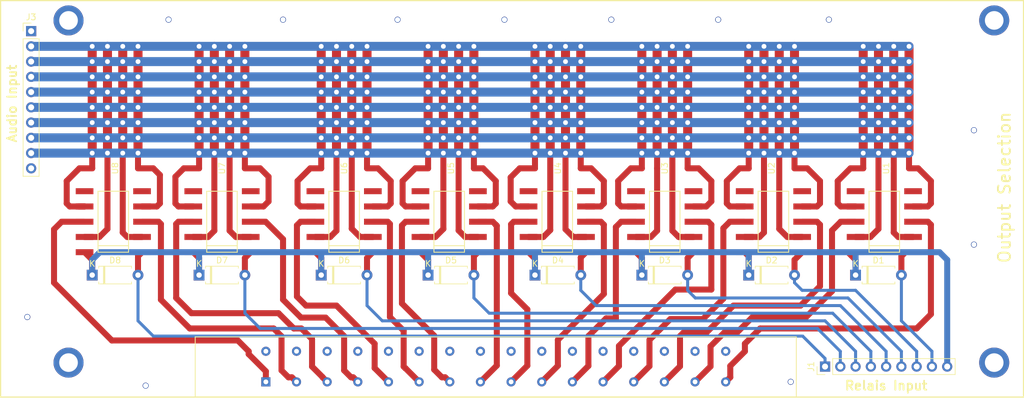
<source format=kicad_pcb>
(kicad_pcb (version 20171130) (host pcbnew 5.0.2-bee76a0~70~ubuntu16.04.1)

  (general
    (thickness 1.6)
    (drawings 7)
    (tracks 713)
    (zones 0)
    (modules 19)
    (nets 28)
  )

  (page A4)
  (layers
    (0 F.Cu signal)
    (31 B.Cu signal)
    (32 B.Adhes user)
    (33 F.Adhes user)
    (34 B.Paste user)
    (35 F.Paste user)
    (36 B.SilkS user)
    (37 F.SilkS user)
    (38 B.Mask user)
    (39 F.Mask user)
    (40 Dwgs.User user)
    (41 Cmts.User user)
    (42 Eco1.User user)
    (43 Eco2.User user)
    (44 Edge.Cuts user)
    (45 Margin user)
    (46 B.CrtYd user)
    (47 F.CrtYd user)
    (48 B.Fab user)
    (49 F.Fab user)
  )

  (setup
    (last_trace_width 1)
    (trace_clearance 0.5)
    (zone_clearance 0.508)
    (zone_45_only no)
    (trace_min 0.2)
    (segment_width 0.2)
    (edge_width 0.15)
    (via_size 1)
    (via_drill 0.8)
    (via_min_size 0.4)
    (via_min_drill 0.3)
    (uvia_size 0.3)
    (uvia_drill 0.1)
    (uvias_allowed no)
    (uvia_min_size 0.2)
    (uvia_min_drill 0.1)
    (pcb_text_width 0.3)
    (pcb_text_size 1.5 1.5)
    (mod_edge_width 0.15)
    (mod_text_size 1 1)
    (mod_text_width 0.15)
    (pad_size 1.524 1.524)
    (pad_drill 0.762)
    (pad_to_mask_clearance 0.051)
    (solder_mask_min_width 0.25)
    (aux_axis_origin 0 0)
    (visible_elements FFFFFF7F)
    (pcbplotparams
      (layerselection 0x010fc_ffffffff)
      (usegerberextensions false)
      (usegerberattributes false)
      (usegerberadvancedattributes false)
      (creategerberjobfile false)
      (excludeedgelayer true)
      (linewidth 0.100000)
      (plotframeref false)
      (viasonmask false)
      (mode 1)
      (useauxorigin false)
      (hpglpennumber 1)
      (hpglpenspeed 20)
      (hpglpendiameter 15.000000)
      (psnegative false)
      (psa4output false)
      (plotreference true)
      (plotvalue true)
      (plotinvisibletext false)
      (padsonsilk false)
      (subtractmaskfromsilk false)
      (outputformat 1)
      (mirror false)
      (drillshape 1)
      (scaleselection 1)
      (outputdirectory ""))
  )

  (net 0 "")
  (net 1 /relaysheet/Relais1)
  (net 2 +9V)
  (net 3 /relaysheet/Relais5)
  (net 4 /relaysheet/Relais2)
  (net 5 /relaysheet/Relais6)
  (net 6 /relaysheet/Relais3)
  (net 7 /relaysheet/Relais7)
  (net 8 /relaysheet/Relais4)
  (net 9 /relaysheet/Relais8)
  (net 10 GNDA)
  (net 11 /relaysheet/R1B_out)
  (net 12 /relaysheet/R1A_out)
  (net 13 /relaysheet/R1A_NC)
  (net 14 /relaysheet/R5B_out)
  (net 15 /relaysheet/R5A_out)
  (net 16 /relaysheet/R2B_out)
  (net 17 /relaysheet/R2A_out)
  (net 18 /relaysheet/R6A_out)
  (net 19 /relaysheet/R6B_out)
  (net 20 /relaysheet/R3A_out)
  (net 21 /relaysheet/R3B_out)
  (net 22 /relaysheet/R7B_out)
  (net 23 /relaysheet/R7A_out)
  (net 24 /relaysheet/R4A_out)
  (net 25 /relaysheet/R4B_out)
  (net 26 /relaysheet/R8A_out)
  (net 27 /relaysheet/R8B_out)

  (net_class Default "This is the default net class."
    (clearance 0.5)
    (trace_width 1)
    (via_dia 1)
    (via_drill 0.8)
    (uvia_dia 0.3)
    (uvia_drill 0.1)
    (add_net +9V)
    (add_net /relaysheet/R1A_NC)
    (add_net /relaysheet/R1A_out)
    (add_net /relaysheet/R1B_out)
    (add_net /relaysheet/R2A_out)
    (add_net /relaysheet/R2B_out)
    (add_net /relaysheet/R3A_out)
    (add_net /relaysheet/R3B_out)
    (add_net /relaysheet/R4A_out)
    (add_net /relaysheet/R4B_out)
    (add_net /relaysheet/R5A_out)
    (add_net /relaysheet/R5B_out)
    (add_net /relaysheet/R6A_out)
    (add_net /relaysheet/R6B_out)
    (add_net /relaysheet/R7A_out)
    (add_net /relaysheet/R7B_out)
    (add_net /relaysheet/R8A_out)
    (add_net /relaysheet/R8B_out)
    (add_net /relaysheet/Relais1)
    (add_net /relaysheet/Relais2)
    (add_net /relaysheet/Relais3)
    (add_net /relaysheet/Relais4)
    (add_net /relaysheet/Relais5)
    (add_net /relaysheet/Relais6)
    (add_net /relaysheet/Relais7)
    (add_net /relaysheet/Relais8)
    (add_net GNDA)
  )

  (module Connector_PinHeader_2.54mm:PinHeader_1x09_P2.54mm_Vertical (layer F.Cu) (tedit 59FED5CC) (tstamp 5CD2D653)
    (at 149.86 73.66 90)
    (descr "Through hole straight pin header, 1x09, 2.54mm pitch, single row")
    (tags "Through hole pin header THT 1x09 2.54mm single row")
    (path /5CD2A3B0)
    (fp_text reference J1 (at 0 -2.33 90) (layer F.SilkS)
      (effects (font (size 1 1) (thickness 0.15)))
    )
    (fp_text value Conn_01x09_Male (at 0 22.65 90) (layer F.Fab)
      (effects (font (size 1 1) (thickness 0.15)))
    )
    (fp_text user %R (at 0 10.16 180) (layer F.Fab)
      (effects (font (size 1 1) (thickness 0.15)))
    )
    (fp_line (start 1.8 -1.8) (end -1.8 -1.8) (layer F.CrtYd) (width 0.05))
    (fp_line (start 1.8 22.1) (end 1.8 -1.8) (layer F.CrtYd) (width 0.05))
    (fp_line (start -1.8 22.1) (end 1.8 22.1) (layer F.CrtYd) (width 0.05))
    (fp_line (start -1.8 -1.8) (end -1.8 22.1) (layer F.CrtYd) (width 0.05))
    (fp_line (start -1.33 -1.33) (end 0 -1.33) (layer F.SilkS) (width 0.12))
    (fp_line (start -1.33 0) (end -1.33 -1.33) (layer F.SilkS) (width 0.12))
    (fp_line (start -1.33 1.27) (end 1.33 1.27) (layer F.SilkS) (width 0.12))
    (fp_line (start 1.33 1.27) (end 1.33 21.65) (layer F.SilkS) (width 0.12))
    (fp_line (start -1.33 1.27) (end -1.33 21.65) (layer F.SilkS) (width 0.12))
    (fp_line (start -1.33 21.65) (end 1.33 21.65) (layer F.SilkS) (width 0.12))
    (fp_line (start -1.27 -0.635) (end -0.635 -1.27) (layer F.Fab) (width 0.1))
    (fp_line (start -1.27 21.59) (end -1.27 -0.635) (layer F.Fab) (width 0.1))
    (fp_line (start 1.27 21.59) (end -1.27 21.59) (layer F.Fab) (width 0.1))
    (fp_line (start 1.27 -1.27) (end 1.27 21.59) (layer F.Fab) (width 0.1))
    (fp_line (start -0.635 -1.27) (end 1.27 -1.27) (layer F.Fab) (width 0.1))
    (pad 9 thru_hole oval (at 0 20.32 90) (size 1.7 1.7) (drill 1) (layers *.Cu *.Mask)
      (net 2 +9V))
    (pad 8 thru_hole oval (at 0 17.78 90) (size 1.7 1.7) (drill 1) (layers *.Cu *.Mask)
      (net 1 /relaysheet/Relais1))
    (pad 7 thru_hole oval (at 0 15.24 90) (size 1.7 1.7) (drill 1) (layers *.Cu *.Mask)
      (net 4 /relaysheet/Relais2))
    (pad 6 thru_hole oval (at 0 12.7 90) (size 1.7 1.7) (drill 1) (layers *.Cu *.Mask)
      (net 6 /relaysheet/Relais3))
    (pad 5 thru_hole oval (at 0 10.16 90) (size 1.7 1.7) (drill 1) (layers *.Cu *.Mask)
      (net 8 /relaysheet/Relais4))
    (pad 4 thru_hole oval (at 0 7.62 90) (size 1.7 1.7) (drill 1) (layers *.Cu *.Mask)
      (net 3 /relaysheet/Relais5))
    (pad 3 thru_hole oval (at 0 5.08 90) (size 1.7 1.7) (drill 1) (layers *.Cu *.Mask)
      (net 5 /relaysheet/Relais6))
    (pad 2 thru_hole oval (at 0 2.54 90) (size 1.7 1.7) (drill 1) (layers *.Cu *.Mask)
      (net 7 /relaysheet/Relais7))
    (pad 1 thru_hole rect (at 0 0 90) (size 1.7 1.7) (drill 1) (layers *.Cu *.Mask)
      (net 9 /relaysheet/Relais8))
    (model ${KISYS3DMOD}/Connector_PinHeader_2.54mm.3dshapes/PinHeader_1x09_P2.54mm_Vertical.wrl
      (at (xyz 0 0 0))
      (scale (xyz 1 1 1))
      (rotate (xyz 0 0 0))
    )
  )

  (module footprints:NEC-EB2-12NU (layer F.Cu) (tedit 5CD1A950) (tstamp 5CD2D6D0)
    (at 159.72 49.53 90)
    (path /5CD2BD35/5CD2D6AA)
    (fp_text reference U1 (at 8.89 0.3 90) (layer F.SilkS)
      (effects (font (size 1 1) (thickness 0.15)))
    )
    (fp_text value NEC-EB2-12NU (at 0 0 90) (layer F.Fab)
      (effects (font (size 1 1) (thickness 0.15)))
    )
    (fp_line (start -7.15 -4.65) (end 7.15 -4.65) (layer F.Fab) (width 0.15))
    (fp_line (start 7.15 -4.65) (end 7.15 4.65) (layer F.Fab) (width 0.15))
    (fp_line (start 7.15 4.65) (end -7.15 4.65) (layer F.Fab) (width 0.15))
    (fp_line (start -7.15 4.65) (end -7.15 -4.65) (layer F.Fab) (width 0.15))
    (fp_line (start -6 -4.65) (end -6 4.65) (layer F.Fab) (width 0.15))
    (fp_line (start -5.08 -2.54) (end 5.08 -2.54) (layer F.SilkS) (width 0.15))
    (fp_line (start 5.08 -2.54) (end 5.08 2.54) (layer F.SilkS) (width 0.15))
    (fp_line (start 5.08 2.54) (end -5.08 2.54) (layer F.SilkS) (width 0.15))
    (fp_line (start -5.08 2.54) (end -5.08 -2.54) (layer F.SilkS) (width 0.15))
    (fp_line (start -4 -2.54) (end -4 2.54) (layer F.SilkS) (width 0.15))
    (pad 1 smd rect (at -5.08 -4.78 90) (size 1 2.94) (layers F.Cu F.Paste F.Mask)
      (net 2 +9V))
    (pad 2 smd rect (at -2.54 -4.78 90) (size 1 2.94) (layers F.Cu F.Paste F.Mask)
      (net 13 /relaysheet/R1A_NC))
    (pad 3 smd rect (at 0 -4.78 90) (size 1 2.94) (layers F.Cu F.Paste F.Mask)
      (net 12 /relaysheet/R1A_out))
    (pad 4 smd rect (at 2.54 -4.78 90) (size 1 2.94) (layers F.Cu F.Paste F.Mask)
      (net 13 /relaysheet/R1A_NC))
    (pad 5 smd rect (at 5.08 -4.78 90) (size 1 2.94) (layers F.Cu F.Paste F.Mask))
    (pad 6 smd rect (at 5.08 4.78 90) (size 1 2.94) (layers F.Cu F.Paste F.Mask))
    (pad 7 smd rect (at 2.54 4.78 90) (size 1 2.94) (layers F.Cu F.Paste F.Mask)
      (net 13 /relaysheet/R1A_NC))
    (pad 8 smd rect (at 0 4.78 90) (size 1 2.94) (layers F.Cu F.Paste F.Mask)
      (net 11 /relaysheet/R1B_out))
    (pad 9 smd rect (at -2.54 4.78 90) (size 1 2.94) (layers F.Cu F.Paste F.Mask)
      (net 13 /relaysheet/R1A_NC))
    (pad 10 smd rect (at -5.08 4.78 90) (size 1 2.94) (layers F.Cu F.Paste F.Mask)
      (net 1 /relaysheet/Relais1))
  )

  (module footprints:NEC-EB2-12NU (layer F.Cu) (tedit 5CD1A950) (tstamp 5CD2F79B)
    (at 141.27 49.53 90)
    (path /5CD2BD35/5CD30362)
    (fp_text reference U2 (at 8.89 -0.3 90) (layer F.SilkS)
      (effects (font (size 1 1) (thickness 0.15)))
    )
    (fp_text value NEC-EB2-12NU (at 0 0 90) (layer F.Fab)
      (effects (font (size 1 1) (thickness 0.15)))
    )
    (fp_line (start -7.15 -4.65) (end 7.15 -4.65) (layer F.Fab) (width 0.15))
    (fp_line (start 7.15 -4.65) (end 7.15 4.65) (layer F.Fab) (width 0.15))
    (fp_line (start 7.15 4.65) (end -7.15 4.65) (layer F.Fab) (width 0.15))
    (fp_line (start -7.15 4.65) (end -7.15 -4.65) (layer F.Fab) (width 0.15))
    (fp_line (start -6 -4.65) (end -6 4.65) (layer F.Fab) (width 0.15))
    (fp_line (start -5.08 -2.54) (end 5.08 -2.54) (layer F.SilkS) (width 0.15))
    (fp_line (start 5.08 -2.54) (end 5.08 2.54) (layer F.SilkS) (width 0.15))
    (fp_line (start 5.08 2.54) (end -5.08 2.54) (layer F.SilkS) (width 0.15))
    (fp_line (start -5.08 2.54) (end -5.08 -2.54) (layer F.SilkS) (width 0.15))
    (fp_line (start -4 -2.54) (end -4 2.54) (layer F.SilkS) (width 0.15))
    (pad 1 smd rect (at -5.08 -4.78 90) (size 1 2.94) (layers F.Cu F.Paste F.Mask)
      (net 2 +9V))
    (pad 2 smd rect (at -2.54 -4.78 90) (size 1 2.94) (layers F.Cu F.Paste F.Mask)
      (net 13 /relaysheet/R1A_NC))
    (pad 3 smd rect (at 0 -4.78 90) (size 1 2.94) (layers F.Cu F.Paste F.Mask)
      (net 17 /relaysheet/R2A_out))
    (pad 4 smd rect (at 2.54 -4.78 90) (size 1 2.94) (layers F.Cu F.Paste F.Mask)
      (net 13 /relaysheet/R1A_NC))
    (pad 5 smd rect (at 5.08 -4.78 90) (size 1 2.94) (layers F.Cu F.Paste F.Mask))
    (pad 6 smd rect (at 5.08 4.78 90) (size 1 2.94) (layers F.Cu F.Paste F.Mask))
    (pad 7 smd rect (at 2.54 4.78 90) (size 1 2.94) (layers F.Cu F.Paste F.Mask)
      (net 13 /relaysheet/R1A_NC))
    (pad 8 smd rect (at 0 4.78 90) (size 1 2.94) (layers F.Cu F.Paste F.Mask)
      (net 16 /relaysheet/R2B_out))
    (pad 9 smd rect (at -2.54 4.78 90) (size 1 2.94) (layers F.Cu F.Paste F.Mask)
      (net 13 /relaysheet/R1A_NC))
    (pad 10 smd rect (at -5.08 4.78 90) (size 1 2.94) (layers F.Cu F.Paste F.Mask)
      (net 4 /relaysheet/Relais2))
  )

  (module footprints:NEC-EB2-12NU (layer F.Cu) (tedit 5CD1A950) (tstamp 5CD2D700)
    (at 123.19 49.53 90)
    (path /5CD2BD35/5CD316D2)
    (fp_text reference U3 (at 8.89 0 90) (layer F.SilkS)
      (effects (font (size 1 1) (thickness 0.15)))
    )
    (fp_text value NEC-EB2-12NU (at 0 0 90) (layer F.Fab)
      (effects (font (size 1 1) (thickness 0.15)))
    )
    (fp_line (start -7.15 -4.65) (end 7.15 -4.65) (layer F.Fab) (width 0.15))
    (fp_line (start 7.15 -4.65) (end 7.15 4.65) (layer F.Fab) (width 0.15))
    (fp_line (start 7.15 4.65) (end -7.15 4.65) (layer F.Fab) (width 0.15))
    (fp_line (start -7.15 4.65) (end -7.15 -4.65) (layer F.Fab) (width 0.15))
    (fp_line (start -6 -4.65) (end -6 4.65) (layer F.Fab) (width 0.15))
    (fp_line (start -5.08 -2.54) (end 5.08 -2.54) (layer F.SilkS) (width 0.15))
    (fp_line (start 5.08 -2.54) (end 5.08 2.54) (layer F.SilkS) (width 0.15))
    (fp_line (start 5.08 2.54) (end -5.08 2.54) (layer F.SilkS) (width 0.15))
    (fp_line (start -5.08 2.54) (end -5.08 -2.54) (layer F.SilkS) (width 0.15))
    (fp_line (start -4 -2.54) (end -4 2.54) (layer F.SilkS) (width 0.15))
    (pad 1 smd rect (at -5.08 -4.78 90) (size 1 2.94) (layers F.Cu F.Paste F.Mask)
      (net 2 +9V))
    (pad 2 smd rect (at -2.54 -4.78 90) (size 1 2.94) (layers F.Cu F.Paste F.Mask)
      (net 13 /relaysheet/R1A_NC))
    (pad 3 smd rect (at 0 -4.78 90) (size 1 2.94) (layers F.Cu F.Paste F.Mask)
      (net 20 /relaysheet/R3A_out))
    (pad 4 smd rect (at 2.54 -4.78 90) (size 1 2.94) (layers F.Cu F.Paste F.Mask)
      (net 13 /relaysheet/R1A_NC))
    (pad 5 smd rect (at 5.08 -4.78 90) (size 1 2.94) (layers F.Cu F.Paste F.Mask))
    (pad 6 smd rect (at 5.08 4.78 90) (size 1 2.94) (layers F.Cu F.Paste F.Mask))
    (pad 7 smd rect (at 2.54 4.78 90) (size 1 2.94) (layers F.Cu F.Paste F.Mask)
      (net 13 /relaysheet/R1A_NC))
    (pad 8 smd rect (at 0 4.78 90) (size 1 2.94) (layers F.Cu F.Paste F.Mask)
      (net 21 /relaysheet/R3B_out))
    (pad 9 smd rect (at -2.54 4.78 90) (size 1 2.94) (layers F.Cu F.Paste F.Mask)
      (net 13 /relaysheet/R1A_NC))
    (pad 10 smd rect (at -5.08 4.78 90) (size 1 2.94) (layers F.Cu F.Paste F.Mask)
      (net 6 /relaysheet/Relais3))
  )

  (module footprints:NEC-EB2-12NU (layer F.Cu) (tedit 5CD1A950) (tstamp 5CD30B02)
    (at 105.31 49.53 90)
    (path /5CD2BD35/5CD31724)
    (fp_text reference U4 (at 8.89 0.1 90) (layer F.SilkS)
      (effects (font (size 1 1) (thickness 0.15)))
    )
    (fp_text value NEC-EB2-12NU (at 0 0 90) (layer F.Fab)
      (effects (font (size 1 1) (thickness 0.15)))
    )
    (fp_line (start -4 -2.54) (end -4 2.54) (layer F.SilkS) (width 0.15))
    (fp_line (start -5.08 2.54) (end -5.08 -2.54) (layer F.SilkS) (width 0.15))
    (fp_line (start 5.08 2.54) (end -5.08 2.54) (layer F.SilkS) (width 0.15))
    (fp_line (start 5.08 -2.54) (end 5.08 2.54) (layer F.SilkS) (width 0.15))
    (fp_line (start -5.08 -2.54) (end 5.08 -2.54) (layer F.SilkS) (width 0.15))
    (fp_line (start -6 -4.65) (end -6 4.65) (layer F.Fab) (width 0.15))
    (fp_line (start -7.15 4.65) (end -7.15 -4.65) (layer F.Fab) (width 0.15))
    (fp_line (start 7.15 4.65) (end -7.15 4.65) (layer F.Fab) (width 0.15))
    (fp_line (start 7.15 -4.65) (end 7.15 4.65) (layer F.Fab) (width 0.15))
    (fp_line (start -7.15 -4.65) (end 7.15 -4.65) (layer F.Fab) (width 0.15))
    (pad 10 smd rect (at -5.08 4.78 90) (size 1 2.94) (layers F.Cu F.Paste F.Mask)
      (net 8 /relaysheet/Relais4))
    (pad 9 smd rect (at -2.54 4.78 90) (size 1 2.94) (layers F.Cu F.Paste F.Mask)
      (net 13 /relaysheet/R1A_NC))
    (pad 8 smd rect (at 0 4.78 90) (size 1 2.94) (layers F.Cu F.Paste F.Mask)
      (net 25 /relaysheet/R4B_out))
    (pad 7 smd rect (at 2.54 4.78 90) (size 1 2.94) (layers F.Cu F.Paste F.Mask)
      (net 13 /relaysheet/R1A_NC))
    (pad 6 smd rect (at 5.08 4.78 90) (size 1 2.94) (layers F.Cu F.Paste F.Mask))
    (pad 5 smd rect (at 5.08 -4.78 90) (size 1 2.94) (layers F.Cu F.Paste F.Mask))
    (pad 4 smd rect (at 2.54 -4.78 90) (size 1 2.94) (layers F.Cu F.Paste F.Mask)
      (net 13 /relaysheet/R1A_NC))
    (pad 3 smd rect (at 0 -4.78 90) (size 1 2.94) (layers F.Cu F.Paste F.Mask)
      (net 24 /relaysheet/R4A_out))
    (pad 2 smd rect (at -2.54 -4.78 90) (size 1 2.94) (layers F.Cu F.Paste F.Mask)
      (net 13 /relaysheet/R1A_NC))
    (pad 1 smd rect (at -5.08 -4.78 90) (size 1 2.94) (layers F.Cu F.Paste F.Mask)
      (net 2 +9V))
  )

  (module footprints:NEC-EB2-12NU (layer F.Cu) (tedit 5CD1A950) (tstamp 5CD2D730)
    (at 87.33 49.53 90)
    (path /5CD2BD35/5CD2FCCA)
    (fp_text reference U5 (at 8.89 0.3 90) (layer F.SilkS)
      (effects (font (size 1 1) (thickness 0.15)))
    )
    (fp_text value NEC-EB2-12NU (at 0 0 90) (layer F.Fab)
      (effects (font (size 1 1) (thickness 0.15)))
    )
    (fp_line (start -4 -2.54) (end -4 2.54) (layer F.SilkS) (width 0.15))
    (fp_line (start -5.08 2.54) (end -5.08 -2.54) (layer F.SilkS) (width 0.15))
    (fp_line (start 5.08 2.54) (end -5.08 2.54) (layer F.SilkS) (width 0.15))
    (fp_line (start 5.08 -2.54) (end 5.08 2.54) (layer F.SilkS) (width 0.15))
    (fp_line (start -5.08 -2.54) (end 5.08 -2.54) (layer F.SilkS) (width 0.15))
    (fp_line (start -6 -4.65) (end -6 4.65) (layer F.Fab) (width 0.15))
    (fp_line (start -7.15 4.65) (end -7.15 -4.65) (layer F.Fab) (width 0.15))
    (fp_line (start 7.15 4.65) (end -7.15 4.65) (layer F.Fab) (width 0.15))
    (fp_line (start 7.15 -4.65) (end 7.15 4.65) (layer F.Fab) (width 0.15))
    (fp_line (start -7.15 -4.65) (end 7.15 -4.65) (layer F.Fab) (width 0.15))
    (pad 10 smd rect (at -5.08 4.78 90) (size 1 2.94) (layers F.Cu F.Paste F.Mask)
      (net 3 /relaysheet/Relais5))
    (pad 9 smd rect (at -2.54 4.78 90) (size 1 2.94) (layers F.Cu F.Paste F.Mask)
      (net 13 /relaysheet/R1A_NC))
    (pad 8 smd rect (at 0 4.78 90) (size 1 2.94) (layers F.Cu F.Paste F.Mask)
      (net 14 /relaysheet/R5B_out))
    (pad 7 smd rect (at 2.54 4.78 90) (size 1 2.94) (layers F.Cu F.Paste F.Mask)
      (net 13 /relaysheet/R1A_NC))
    (pad 6 smd rect (at 5.08 4.78 90) (size 1 2.94) (layers F.Cu F.Paste F.Mask))
    (pad 5 smd rect (at 5.08 -4.78 90) (size 1 2.94) (layers F.Cu F.Paste F.Mask))
    (pad 4 smd rect (at 2.54 -4.78 90) (size 1 2.94) (layers F.Cu F.Paste F.Mask)
      (net 13 /relaysheet/R1A_NC))
    (pad 3 smd rect (at 0 -4.78 90) (size 1 2.94) (layers F.Cu F.Paste F.Mask)
      (net 15 /relaysheet/R5A_out))
    (pad 2 smd rect (at -2.54 -4.78 90) (size 1 2.94) (layers F.Cu F.Paste F.Mask)
      (net 13 /relaysheet/R1A_NC))
    (pad 1 smd rect (at -5.08 -4.78 90) (size 1 2.94) (layers F.Cu F.Paste F.Mask)
      (net 2 +9V))
  )

  (module footprints:NEC-EB2-12NU (layer F.Cu) (tedit 5CD1A950) (tstamp 5CD2D748)
    (at 69.85 49.53 90)
    (path /5CD2BD35/5CD3038B)
    (fp_text reference U6 (at 8.89 0 90) (layer F.SilkS)
      (effects (font (size 1 1) (thickness 0.15)))
    )
    (fp_text value NEC-EB2-12NU (at 0 0 90) (layer F.Fab)
      (effects (font (size 1 1) (thickness 0.15)))
    )
    (fp_line (start -4 -2.54) (end -4 2.54) (layer F.SilkS) (width 0.15))
    (fp_line (start -5.08 2.54) (end -5.08 -2.54) (layer F.SilkS) (width 0.15))
    (fp_line (start 5.08 2.54) (end -5.08 2.54) (layer F.SilkS) (width 0.15))
    (fp_line (start 5.08 -2.54) (end 5.08 2.54) (layer F.SilkS) (width 0.15))
    (fp_line (start -5.08 -2.54) (end 5.08 -2.54) (layer F.SilkS) (width 0.15))
    (fp_line (start -6 -4.65) (end -6 4.65) (layer F.Fab) (width 0.15))
    (fp_line (start -7.15 4.65) (end -7.15 -4.65) (layer F.Fab) (width 0.15))
    (fp_line (start 7.15 4.65) (end -7.15 4.65) (layer F.Fab) (width 0.15))
    (fp_line (start 7.15 -4.65) (end 7.15 4.65) (layer F.Fab) (width 0.15))
    (fp_line (start -7.15 -4.65) (end 7.15 -4.65) (layer F.Fab) (width 0.15))
    (pad 10 smd rect (at -5.08 4.78 90) (size 1 2.94) (layers F.Cu F.Paste F.Mask)
      (net 5 /relaysheet/Relais6))
    (pad 9 smd rect (at -2.54 4.78 90) (size 1 2.94) (layers F.Cu F.Paste F.Mask)
      (net 13 /relaysheet/R1A_NC))
    (pad 8 smd rect (at 0 4.78 90) (size 1 2.94) (layers F.Cu F.Paste F.Mask)
      (net 19 /relaysheet/R6B_out))
    (pad 7 smd rect (at 2.54 4.78 90) (size 1 2.94) (layers F.Cu F.Paste F.Mask)
      (net 13 /relaysheet/R1A_NC))
    (pad 6 smd rect (at 5.08 4.78 90) (size 1 2.94) (layers F.Cu F.Paste F.Mask))
    (pad 5 smd rect (at 5.08 -4.78 90) (size 1 2.94) (layers F.Cu F.Paste F.Mask))
    (pad 4 smd rect (at 2.54 -4.78 90) (size 1 2.94) (layers F.Cu F.Paste F.Mask)
      (net 13 /relaysheet/R1A_NC))
    (pad 3 smd rect (at 0 -4.78 90) (size 1 2.94) (layers F.Cu F.Paste F.Mask)
      (net 18 /relaysheet/R6A_out))
    (pad 2 smd rect (at -2.54 -4.78 90) (size 1 2.94) (layers F.Cu F.Paste F.Mask)
      (net 13 /relaysheet/R1A_NC))
    (pad 1 smd rect (at -5.08 -4.78 90) (size 1 2.94) (layers F.Cu F.Paste F.Mask)
      (net 2 +9V))
  )

  (module footprints:NEC-EB2-12NU (layer F.Cu) (tedit 5CD1A950) (tstamp 5CD2DE4A)
    (at 49.53 49.53 90)
    (path /5CD2BD35/5CD316FB)
    (fp_text reference U7 (at 8.89 0 90) (layer F.SilkS)
      (effects (font (size 1 1) (thickness 0.15)))
    )
    (fp_text value NEC-EB2-12NU (at 0 0 90) (layer F.Fab)
      (effects (font (size 1 1) (thickness 0.15)))
    )
    (fp_line (start -4 -2.54) (end -4 2.54) (layer F.SilkS) (width 0.15))
    (fp_line (start -5.08 2.54) (end -5.08 -2.54) (layer F.SilkS) (width 0.15))
    (fp_line (start 5.08 2.54) (end -5.08 2.54) (layer F.SilkS) (width 0.15))
    (fp_line (start 5.08 -2.54) (end 5.08 2.54) (layer F.SilkS) (width 0.15))
    (fp_line (start -5.08 -2.54) (end 5.08 -2.54) (layer F.SilkS) (width 0.15))
    (fp_line (start -6 -4.65) (end -6 4.65) (layer F.Fab) (width 0.15))
    (fp_line (start -7.15 4.65) (end -7.15 -4.65) (layer F.Fab) (width 0.15))
    (fp_line (start 7.15 4.65) (end -7.15 4.65) (layer F.Fab) (width 0.15))
    (fp_line (start 7.15 -4.65) (end 7.15 4.65) (layer F.Fab) (width 0.15))
    (fp_line (start -7.15 -4.65) (end 7.15 -4.65) (layer F.Fab) (width 0.15))
    (pad 10 smd rect (at -5.08 4.78 90) (size 1 2.94) (layers F.Cu F.Paste F.Mask)
      (net 7 /relaysheet/Relais7))
    (pad 9 smd rect (at -2.54 4.78 90) (size 1 2.94) (layers F.Cu F.Paste F.Mask)
      (net 13 /relaysheet/R1A_NC))
    (pad 8 smd rect (at 0 4.78 90) (size 1 2.94) (layers F.Cu F.Paste F.Mask)
      (net 22 /relaysheet/R7B_out))
    (pad 7 smd rect (at 2.54 4.78 90) (size 1 2.94) (layers F.Cu F.Paste F.Mask)
      (net 13 /relaysheet/R1A_NC))
    (pad 6 smd rect (at 5.08 4.78 90) (size 1 2.94) (layers F.Cu F.Paste F.Mask))
    (pad 5 smd rect (at 5.08 -4.78 90) (size 1 2.94) (layers F.Cu F.Paste F.Mask))
    (pad 4 smd rect (at 2.54 -4.78 90) (size 1 2.94) (layers F.Cu F.Paste F.Mask)
      (net 13 /relaysheet/R1A_NC))
    (pad 3 smd rect (at 0 -4.78 90) (size 1 2.94) (layers F.Cu F.Paste F.Mask)
      (net 23 /relaysheet/R7A_out))
    (pad 2 smd rect (at -2.54 -4.78 90) (size 1 2.94) (layers F.Cu F.Paste F.Mask)
      (net 13 /relaysheet/R1A_NC))
    (pad 1 smd rect (at -5.08 -4.78 90) (size 1 2.94) (layers F.Cu F.Paste F.Mask)
      (net 2 +9V))
  )

  (module footprints:NEC-EB2-12NU (layer F.Cu) (tedit 5CD1A950) (tstamp 5CD30EC6)
    (at 31.45 49.53 90)
    (path /5CD2BD35/5CD3174D)
    (fp_text reference U8 (at 8.89 0.3 90) (layer F.SilkS)
      (effects (font (size 1 1) (thickness 0.15)))
    )
    (fp_text value NEC-EB2-12NU (at 0 0 90) (layer F.Fab)
      (effects (font (size 1 1) (thickness 0.15)))
    )
    (fp_line (start -4 -2.54) (end -4 2.54) (layer F.SilkS) (width 0.15))
    (fp_line (start -5.08 2.54) (end -5.08 -2.54) (layer F.SilkS) (width 0.15))
    (fp_line (start 5.08 2.54) (end -5.08 2.54) (layer F.SilkS) (width 0.15))
    (fp_line (start 5.08 -2.54) (end 5.08 2.54) (layer F.SilkS) (width 0.15))
    (fp_line (start -5.08 -2.54) (end 5.08 -2.54) (layer F.SilkS) (width 0.15))
    (fp_line (start -6 -4.65) (end -6 4.65) (layer F.Fab) (width 0.15))
    (fp_line (start -7.15 4.65) (end -7.15 -4.65) (layer F.Fab) (width 0.15))
    (fp_line (start 7.15 4.65) (end -7.15 4.65) (layer F.Fab) (width 0.15))
    (fp_line (start 7.15 -4.65) (end 7.15 4.65) (layer F.Fab) (width 0.15))
    (fp_line (start -7.15 -4.65) (end 7.15 -4.65) (layer F.Fab) (width 0.15))
    (pad 10 smd rect (at -5.08 4.78 90) (size 1 2.94) (layers F.Cu F.Paste F.Mask)
      (net 9 /relaysheet/Relais8))
    (pad 9 smd rect (at -2.54 4.78 90) (size 1 2.94) (layers F.Cu F.Paste F.Mask)
      (net 13 /relaysheet/R1A_NC))
    (pad 8 smd rect (at 0 4.78 90) (size 1 2.94) (layers F.Cu F.Paste F.Mask)
      (net 27 /relaysheet/R8B_out))
    (pad 7 smd rect (at 2.54 4.78 90) (size 1 2.94) (layers F.Cu F.Paste F.Mask)
      (net 13 /relaysheet/R1A_NC))
    (pad 6 smd rect (at 5.08 4.78 90) (size 1 2.94) (layers F.Cu F.Paste F.Mask))
    (pad 5 smd rect (at 5.08 -4.78 90) (size 1 2.94) (layers F.Cu F.Paste F.Mask))
    (pad 4 smd rect (at 2.54 -4.78 90) (size 1 2.94) (layers F.Cu F.Paste F.Mask)
      (net 13 /relaysheet/R1A_NC))
    (pad 3 smd rect (at 0 -4.78 90) (size 1 2.94) (layers F.Cu F.Paste F.Mask)
      (net 26 /relaysheet/R8A_out))
    (pad 2 smd rect (at -2.54 -4.78 90) (size 1 2.94) (layers F.Cu F.Paste F.Mask)
      (net 13 /relaysheet/R1A_NC))
    (pad 1 smd rect (at -5.08 -4.78 90) (size 1 2.94) (layers F.Cu F.Paste F.Mask)
      (net 2 +9V))
  )

  (module Diode_THT:D_A-405_P7.62mm_Horizontal (layer F.Cu) (tedit 5AE50CD5) (tstamp 5CD2F417)
    (at 154.94 58.42)
    (descr "Diode, A-405 series, Axial, Horizontal, pin pitch=7.62mm, , length*diameter=5.2*2.7mm^2, , http://www.diodes.com/_files/packages/A-405.pdf")
    (tags "Diode A-405 series Axial Horizontal pin pitch 7.62mm  length 5.2mm diameter 2.7mm")
    (path /5CD2BD35/5CD2E7CE)
    (fp_text reference D1 (at 3.81 -2.47) (layer F.SilkS)
      (effects (font (size 1 1) (thickness 0.15)))
    )
    (fp_text value D (at 3.81 2.47) (layer F.Fab)
      (effects (font (size 1 1) (thickness 0.15)))
    )
    (fp_line (start 1.21 -1.35) (end 1.21 1.35) (layer F.Fab) (width 0.1))
    (fp_line (start 1.21 1.35) (end 6.41 1.35) (layer F.Fab) (width 0.1))
    (fp_line (start 6.41 1.35) (end 6.41 -1.35) (layer F.Fab) (width 0.1))
    (fp_line (start 6.41 -1.35) (end 1.21 -1.35) (layer F.Fab) (width 0.1))
    (fp_line (start 0 0) (end 1.21 0) (layer F.Fab) (width 0.1))
    (fp_line (start 7.62 0) (end 6.41 0) (layer F.Fab) (width 0.1))
    (fp_line (start 1.99 -1.35) (end 1.99 1.35) (layer F.Fab) (width 0.1))
    (fp_line (start 2.09 -1.35) (end 2.09 1.35) (layer F.Fab) (width 0.1))
    (fp_line (start 1.89 -1.35) (end 1.89 1.35) (layer F.Fab) (width 0.1))
    (fp_line (start 1.09 -1.14) (end 1.09 -1.47) (layer F.SilkS) (width 0.12))
    (fp_line (start 1.09 -1.47) (end 6.53 -1.47) (layer F.SilkS) (width 0.12))
    (fp_line (start 6.53 -1.47) (end 6.53 -1.14) (layer F.SilkS) (width 0.12))
    (fp_line (start 1.09 1.14) (end 1.09 1.47) (layer F.SilkS) (width 0.12))
    (fp_line (start 1.09 1.47) (end 6.53 1.47) (layer F.SilkS) (width 0.12))
    (fp_line (start 6.53 1.47) (end 6.53 1.14) (layer F.SilkS) (width 0.12))
    (fp_line (start 1.99 -1.47) (end 1.99 1.47) (layer F.SilkS) (width 0.12))
    (fp_line (start 2.11 -1.47) (end 2.11 1.47) (layer F.SilkS) (width 0.12))
    (fp_line (start 1.87 -1.47) (end 1.87 1.47) (layer F.SilkS) (width 0.12))
    (fp_line (start -1.15 -1.6) (end -1.15 1.6) (layer F.CrtYd) (width 0.05))
    (fp_line (start -1.15 1.6) (end 8.77 1.6) (layer F.CrtYd) (width 0.05))
    (fp_line (start 8.77 1.6) (end 8.77 -1.6) (layer F.CrtYd) (width 0.05))
    (fp_line (start 8.77 -1.6) (end -1.15 -1.6) (layer F.CrtYd) (width 0.05))
    (fp_text user %R (at 4.2 0) (layer F.Fab)
      (effects (font (size 1 1) (thickness 0.15)))
    )
    (fp_text user K (at 0 -1.9) (layer F.Fab)
      (effects (font (size 1 1) (thickness 0.15)))
    )
    (fp_text user K (at 0 -1.9) (layer F.SilkS)
      (effects (font (size 1 1) (thickness 0.15)))
    )
    (pad 1 thru_hole rect (at 0 0) (size 1.8 1.8) (drill 0.9) (layers *.Cu *.Mask)
      (net 2 +9V))
    (pad 2 thru_hole oval (at 7.62 0) (size 1.8 1.8) (drill 0.9) (layers *.Cu *.Mask)
      (net 1 /relaysheet/Relais1))
    (model ${KISYS3DMOD}/Diode_THT.3dshapes/D_A-405_P7.62mm_Horizontal.wrl
      (at (xyz 0 0 0))
      (scale (xyz 1 1 1))
      (rotate (xyz 0 0 0))
    )
  )

  (module Diode_THT:D_A-405_P7.62mm_Horizontal (layer F.Cu) (tedit 5AE50CD5) (tstamp 5CD2F435)
    (at 137.16 58.42)
    (descr "Diode, A-405 series, Axial, Horizontal, pin pitch=7.62mm, , length*diameter=5.2*2.7mm^2, , http://www.diodes.com/_files/packages/A-405.pdf")
    (tags "Diode A-405 series Axial Horizontal pin pitch 7.62mm  length 5.2mm diameter 2.7mm")
    (path /5CD2BD35/5CD3037D)
    (fp_text reference D2 (at 3.81 -2.47) (layer F.SilkS)
      (effects (font (size 1 1) (thickness 0.15)))
    )
    (fp_text value D (at 3.81 2.47) (layer F.Fab)
      (effects (font (size 1 1) (thickness 0.15)))
    )
    (fp_text user K (at 0 -1.9) (layer F.SilkS)
      (effects (font (size 1 1) (thickness 0.15)))
    )
    (fp_text user K (at 0 -1.9) (layer F.Fab)
      (effects (font (size 1 1) (thickness 0.15)))
    )
    (fp_text user %R (at 4.2 0) (layer F.Fab)
      (effects (font (size 1 1) (thickness 0.15)))
    )
    (fp_line (start 8.77 -1.6) (end -1.15 -1.6) (layer F.CrtYd) (width 0.05))
    (fp_line (start 8.77 1.6) (end 8.77 -1.6) (layer F.CrtYd) (width 0.05))
    (fp_line (start -1.15 1.6) (end 8.77 1.6) (layer F.CrtYd) (width 0.05))
    (fp_line (start -1.15 -1.6) (end -1.15 1.6) (layer F.CrtYd) (width 0.05))
    (fp_line (start 1.87 -1.47) (end 1.87 1.47) (layer F.SilkS) (width 0.12))
    (fp_line (start 2.11 -1.47) (end 2.11 1.47) (layer F.SilkS) (width 0.12))
    (fp_line (start 1.99 -1.47) (end 1.99 1.47) (layer F.SilkS) (width 0.12))
    (fp_line (start 6.53 1.47) (end 6.53 1.14) (layer F.SilkS) (width 0.12))
    (fp_line (start 1.09 1.47) (end 6.53 1.47) (layer F.SilkS) (width 0.12))
    (fp_line (start 1.09 1.14) (end 1.09 1.47) (layer F.SilkS) (width 0.12))
    (fp_line (start 6.53 -1.47) (end 6.53 -1.14) (layer F.SilkS) (width 0.12))
    (fp_line (start 1.09 -1.47) (end 6.53 -1.47) (layer F.SilkS) (width 0.12))
    (fp_line (start 1.09 -1.14) (end 1.09 -1.47) (layer F.SilkS) (width 0.12))
    (fp_line (start 1.89 -1.35) (end 1.89 1.35) (layer F.Fab) (width 0.1))
    (fp_line (start 2.09 -1.35) (end 2.09 1.35) (layer F.Fab) (width 0.1))
    (fp_line (start 1.99 -1.35) (end 1.99 1.35) (layer F.Fab) (width 0.1))
    (fp_line (start 7.62 0) (end 6.41 0) (layer F.Fab) (width 0.1))
    (fp_line (start 0 0) (end 1.21 0) (layer F.Fab) (width 0.1))
    (fp_line (start 6.41 -1.35) (end 1.21 -1.35) (layer F.Fab) (width 0.1))
    (fp_line (start 6.41 1.35) (end 6.41 -1.35) (layer F.Fab) (width 0.1))
    (fp_line (start 1.21 1.35) (end 6.41 1.35) (layer F.Fab) (width 0.1))
    (fp_line (start 1.21 -1.35) (end 1.21 1.35) (layer F.Fab) (width 0.1))
    (pad 2 thru_hole oval (at 7.62 0) (size 1.8 1.8) (drill 0.9) (layers *.Cu *.Mask)
      (net 4 /relaysheet/Relais2))
    (pad 1 thru_hole rect (at 0 0) (size 1.8 1.8) (drill 0.9) (layers *.Cu *.Mask)
      (net 2 +9V))
    (model ${KISYS3DMOD}/Diode_THT.3dshapes/D_A-405_P7.62mm_Horizontal.wrl
      (at (xyz 0 0 0))
      (scale (xyz 1 1 1))
      (rotate (xyz 0 0 0))
    )
  )

  (module Diode_THT:D_A-405_P7.62mm_Horizontal (layer F.Cu) (tedit 5AE50CD5) (tstamp 5CD2F453)
    (at 119.38 58.42)
    (descr "Diode, A-405 series, Axial, Horizontal, pin pitch=7.62mm, , length*diameter=5.2*2.7mm^2, , http://www.diodes.com/_files/packages/A-405.pdf")
    (tags "Diode A-405 series Axial Horizontal pin pitch 7.62mm  length 5.2mm diameter 2.7mm")
    (path /5CD2BD35/5CD316ED)
    (fp_text reference D3 (at 3.81 -2.47) (layer F.SilkS)
      (effects (font (size 1 1) (thickness 0.15)))
    )
    (fp_text value D (at 3.81 2.47) (layer F.Fab)
      (effects (font (size 1 1) (thickness 0.15)))
    )
    (fp_text user K (at 0 -1.9) (layer F.SilkS)
      (effects (font (size 1 1) (thickness 0.15)))
    )
    (fp_text user K (at 0 -1.9) (layer F.Fab)
      (effects (font (size 1 1) (thickness 0.15)))
    )
    (fp_text user %R (at 4.2 0) (layer F.Fab)
      (effects (font (size 1 1) (thickness 0.15)))
    )
    (fp_line (start 8.77 -1.6) (end -1.15 -1.6) (layer F.CrtYd) (width 0.05))
    (fp_line (start 8.77 1.6) (end 8.77 -1.6) (layer F.CrtYd) (width 0.05))
    (fp_line (start -1.15 1.6) (end 8.77 1.6) (layer F.CrtYd) (width 0.05))
    (fp_line (start -1.15 -1.6) (end -1.15 1.6) (layer F.CrtYd) (width 0.05))
    (fp_line (start 1.87 -1.47) (end 1.87 1.47) (layer F.SilkS) (width 0.12))
    (fp_line (start 2.11 -1.47) (end 2.11 1.47) (layer F.SilkS) (width 0.12))
    (fp_line (start 1.99 -1.47) (end 1.99 1.47) (layer F.SilkS) (width 0.12))
    (fp_line (start 6.53 1.47) (end 6.53 1.14) (layer F.SilkS) (width 0.12))
    (fp_line (start 1.09 1.47) (end 6.53 1.47) (layer F.SilkS) (width 0.12))
    (fp_line (start 1.09 1.14) (end 1.09 1.47) (layer F.SilkS) (width 0.12))
    (fp_line (start 6.53 -1.47) (end 6.53 -1.14) (layer F.SilkS) (width 0.12))
    (fp_line (start 1.09 -1.47) (end 6.53 -1.47) (layer F.SilkS) (width 0.12))
    (fp_line (start 1.09 -1.14) (end 1.09 -1.47) (layer F.SilkS) (width 0.12))
    (fp_line (start 1.89 -1.35) (end 1.89 1.35) (layer F.Fab) (width 0.1))
    (fp_line (start 2.09 -1.35) (end 2.09 1.35) (layer F.Fab) (width 0.1))
    (fp_line (start 1.99 -1.35) (end 1.99 1.35) (layer F.Fab) (width 0.1))
    (fp_line (start 7.62 0) (end 6.41 0) (layer F.Fab) (width 0.1))
    (fp_line (start 0 0) (end 1.21 0) (layer F.Fab) (width 0.1))
    (fp_line (start 6.41 -1.35) (end 1.21 -1.35) (layer F.Fab) (width 0.1))
    (fp_line (start 6.41 1.35) (end 6.41 -1.35) (layer F.Fab) (width 0.1))
    (fp_line (start 1.21 1.35) (end 6.41 1.35) (layer F.Fab) (width 0.1))
    (fp_line (start 1.21 -1.35) (end 1.21 1.35) (layer F.Fab) (width 0.1))
    (pad 2 thru_hole oval (at 7.62 0) (size 1.8 1.8) (drill 0.9) (layers *.Cu *.Mask)
      (net 6 /relaysheet/Relais3))
    (pad 1 thru_hole rect (at 0 0) (size 1.8 1.8) (drill 0.9) (layers *.Cu *.Mask)
      (net 2 +9V))
    (model ${KISYS3DMOD}/Diode_THT.3dshapes/D_A-405_P7.62mm_Horizontal.wrl
      (at (xyz 0 0 0))
      (scale (xyz 1 1 1))
      (rotate (xyz 0 0 0))
    )
  )

  (module Diode_THT:D_A-405_P7.62mm_Horizontal (layer F.Cu) (tedit 5AE50CD5) (tstamp 5CD30AAF)
    (at 101.6 58.42)
    (descr "Diode, A-405 series, Axial, Horizontal, pin pitch=7.62mm, , length*diameter=5.2*2.7mm^2, , http://www.diodes.com/_files/packages/A-405.pdf")
    (tags "Diode A-405 series Axial Horizontal pin pitch 7.62mm  length 5.2mm diameter 2.7mm")
    (path /5CD2BD35/5CD3173F)
    (fp_text reference D4 (at 3.81 -2.47) (layer F.SilkS)
      (effects (font (size 1 1) (thickness 0.15)))
    )
    (fp_text value D (at 3.81 2.47) (layer F.Fab)
      (effects (font (size 1 1) (thickness 0.15)))
    )
    (fp_line (start 1.21 -1.35) (end 1.21 1.35) (layer F.Fab) (width 0.1))
    (fp_line (start 1.21 1.35) (end 6.41 1.35) (layer F.Fab) (width 0.1))
    (fp_line (start 6.41 1.35) (end 6.41 -1.35) (layer F.Fab) (width 0.1))
    (fp_line (start 6.41 -1.35) (end 1.21 -1.35) (layer F.Fab) (width 0.1))
    (fp_line (start 0 0) (end 1.21 0) (layer F.Fab) (width 0.1))
    (fp_line (start 7.62 0) (end 6.41 0) (layer F.Fab) (width 0.1))
    (fp_line (start 1.99 -1.35) (end 1.99 1.35) (layer F.Fab) (width 0.1))
    (fp_line (start 2.09 -1.35) (end 2.09 1.35) (layer F.Fab) (width 0.1))
    (fp_line (start 1.89 -1.35) (end 1.89 1.35) (layer F.Fab) (width 0.1))
    (fp_line (start 1.09 -1.14) (end 1.09 -1.47) (layer F.SilkS) (width 0.12))
    (fp_line (start 1.09 -1.47) (end 6.53 -1.47) (layer F.SilkS) (width 0.12))
    (fp_line (start 6.53 -1.47) (end 6.53 -1.14) (layer F.SilkS) (width 0.12))
    (fp_line (start 1.09 1.14) (end 1.09 1.47) (layer F.SilkS) (width 0.12))
    (fp_line (start 1.09 1.47) (end 6.53 1.47) (layer F.SilkS) (width 0.12))
    (fp_line (start 6.53 1.47) (end 6.53 1.14) (layer F.SilkS) (width 0.12))
    (fp_line (start 1.99 -1.47) (end 1.99 1.47) (layer F.SilkS) (width 0.12))
    (fp_line (start 2.11 -1.47) (end 2.11 1.47) (layer F.SilkS) (width 0.12))
    (fp_line (start 1.87 -1.47) (end 1.87 1.47) (layer F.SilkS) (width 0.12))
    (fp_line (start -1.15 -1.6) (end -1.15 1.6) (layer F.CrtYd) (width 0.05))
    (fp_line (start -1.15 1.6) (end 8.77 1.6) (layer F.CrtYd) (width 0.05))
    (fp_line (start 8.77 1.6) (end 8.77 -1.6) (layer F.CrtYd) (width 0.05))
    (fp_line (start 8.77 -1.6) (end -1.15 -1.6) (layer F.CrtYd) (width 0.05))
    (fp_text user %R (at 4.2 0) (layer F.Fab)
      (effects (font (size 1 1) (thickness 0.15)))
    )
    (fp_text user K (at 0 -1.9) (layer F.Fab)
      (effects (font (size 1 1) (thickness 0.15)))
    )
    (fp_text user K (at 0 -1.9) (layer F.SilkS)
      (effects (font (size 1 1) (thickness 0.15)))
    )
    (pad 1 thru_hole rect (at 0 0) (size 1.8 1.8) (drill 0.9) (layers *.Cu *.Mask)
      (net 2 +9V))
    (pad 2 thru_hole oval (at 7.62 0) (size 1.8 1.8) (drill 0.9) (layers *.Cu *.Mask)
      (net 8 /relaysheet/Relais4))
    (model ${KISYS3DMOD}/Diode_THT.3dshapes/D_A-405_P7.62mm_Horizontal.wrl
      (at (xyz 0 0 0))
      (scale (xyz 1 1 1))
      (rotate (xyz 0 0 0))
    )
  )

  (module Diode_THT:D_A-405_P7.62mm_Horizontal (layer F.Cu) (tedit 5AE50CD5) (tstamp 5CD2F48F)
    (at 83.82 58.42)
    (descr "Diode, A-405 series, Axial, Horizontal, pin pitch=7.62mm, , length*diameter=5.2*2.7mm^2, , http://www.diodes.com/_files/packages/A-405.pdf")
    (tags "Diode A-405 series Axial Horizontal pin pitch 7.62mm  length 5.2mm diameter 2.7mm")
    (path /5CD2BD35/5CD2FCE5)
    (fp_text reference D5 (at 3.81 -2.47) (layer F.SilkS)
      (effects (font (size 1 1) (thickness 0.15)))
    )
    (fp_text value D (at 3.81 2.47) (layer F.Fab)
      (effects (font (size 1 1) (thickness 0.15)))
    )
    (fp_text user K (at 0 -1.9) (layer F.SilkS)
      (effects (font (size 1 1) (thickness 0.15)))
    )
    (fp_text user K (at 0 -1.9) (layer F.Fab)
      (effects (font (size 1 1) (thickness 0.15)))
    )
    (fp_text user %R (at 4.2 0) (layer F.Fab)
      (effects (font (size 1 1) (thickness 0.15)))
    )
    (fp_line (start 8.77 -1.6) (end -1.15 -1.6) (layer F.CrtYd) (width 0.05))
    (fp_line (start 8.77 1.6) (end 8.77 -1.6) (layer F.CrtYd) (width 0.05))
    (fp_line (start -1.15 1.6) (end 8.77 1.6) (layer F.CrtYd) (width 0.05))
    (fp_line (start -1.15 -1.6) (end -1.15 1.6) (layer F.CrtYd) (width 0.05))
    (fp_line (start 1.87 -1.47) (end 1.87 1.47) (layer F.SilkS) (width 0.12))
    (fp_line (start 2.11 -1.47) (end 2.11 1.47) (layer F.SilkS) (width 0.12))
    (fp_line (start 1.99 -1.47) (end 1.99 1.47) (layer F.SilkS) (width 0.12))
    (fp_line (start 6.53 1.47) (end 6.53 1.14) (layer F.SilkS) (width 0.12))
    (fp_line (start 1.09 1.47) (end 6.53 1.47) (layer F.SilkS) (width 0.12))
    (fp_line (start 1.09 1.14) (end 1.09 1.47) (layer F.SilkS) (width 0.12))
    (fp_line (start 6.53 -1.47) (end 6.53 -1.14) (layer F.SilkS) (width 0.12))
    (fp_line (start 1.09 -1.47) (end 6.53 -1.47) (layer F.SilkS) (width 0.12))
    (fp_line (start 1.09 -1.14) (end 1.09 -1.47) (layer F.SilkS) (width 0.12))
    (fp_line (start 1.89 -1.35) (end 1.89 1.35) (layer F.Fab) (width 0.1))
    (fp_line (start 2.09 -1.35) (end 2.09 1.35) (layer F.Fab) (width 0.1))
    (fp_line (start 1.99 -1.35) (end 1.99 1.35) (layer F.Fab) (width 0.1))
    (fp_line (start 7.62 0) (end 6.41 0) (layer F.Fab) (width 0.1))
    (fp_line (start 0 0) (end 1.21 0) (layer F.Fab) (width 0.1))
    (fp_line (start 6.41 -1.35) (end 1.21 -1.35) (layer F.Fab) (width 0.1))
    (fp_line (start 6.41 1.35) (end 6.41 -1.35) (layer F.Fab) (width 0.1))
    (fp_line (start 1.21 1.35) (end 6.41 1.35) (layer F.Fab) (width 0.1))
    (fp_line (start 1.21 -1.35) (end 1.21 1.35) (layer F.Fab) (width 0.1))
    (pad 2 thru_hole oval (at 7.62 0) (size 1.8 1.8) (drill 0.9) (layers *.Cu *.Mask)
      (net 3 /relaysheet/Relais5))
    (pad 1 thru_hole rect (at 0 0) (size 1.8 1.8) (drill 0.9) (layers *.Cu *.Mask)
      (net 2 +9V))
    (model ${KISYS3DMOD}/Diode_THT.3dshapes/D_A-405_P7.62mm_Horizontal.wrl
      (at (xyz 0 0 0))
      (scale (xyz 1 1 1))
      (rotate (xyz 0 0 0))
    )
  )

  (module Diode_THT:D_A-405_P7.62mm_Horizontal (layer F.Cu) (tedit 5AE50CD5) (tstamp 5CD2F4AD)
    (at 66.04 58.42)
    (descr "Diode, A-405 series, Axial, Horizontal, pin pitch=7.62mm, , length*diameter=5.2*2.7mm^2, , http://www.diodes.com/_files/packages/A-405.pdf")
    (tags "Diode A-405 series Axial Horizontal pin pitch 7.62mm  length 5.2mm diameter 2.7mm")
    (path /5CD2BD35/5CD303A6)
    (fp_text reference D6 (at 3.81 -2.47) (layer F.SilkS)
      (effects (font (size 1 1) (thickness 0.15)))
    )
    (fp_text value D (at 3.81 2.47) (layer F.Fab)
      (effects (font (size 1 1) (thickness 0.15)))
    )
    (fp_text user K (at 0 -1.9) (layer F.SilkS)
      (effects (font (size 1 1) (thickness 0.15)))
    )
    (fp_text user K (at 0 -1.9) (layer F.Fab)
      (effects (font (size 1 1) (thickness 0.15)))
    )
    (fp_text user %R (at 4.2 0) (layer F.Fab)
      (effects (font (size 1 1) (thickness 0.15)))
    )
    (fp_line (start 8.77 -1.6) (end -1.15 -1.6) (layer F.CrtYd) (width 0.05))
    (fp_line (start 8.77 1.6) (end 8.77 -1.6) (layer F.CrtYd) (width 0.05))
    (fp_line (start -1.15 1.6) (end 8.77 1.6) (layer F.CrtYd) (width 0.05))
    (fp_line (start -1.15 -1.6) (end -1.15 1.6) (layer F.CrtYd) (width 0.05))
    (fp_line (start 1.87 -1.47) (end 1.87 1.47) (layer F.SilkS) (width 0.12))
    (fp_line (start 2.11 -1.47) (end 2.11 1.47) (layer F.SilkS) (width 0.12))
    (fp_line (start 1.99 -1.47) (end 1.99 1.47) (layer F.SilkS) (width 0.12))
    (fp_line (start 6.53 1.47) (end 6.53 1.14) (layer F.SilkS) (width 0.12))
    (fp_line (start 1.09 1.47) (end 6.53 1.47) (layer F.SilkS) (width 0.12))
    (fp_line (start 1.09 1.14) (end 1.09 1.47) (layer F.SilkS) (width 0.12))
    (fp_line (start 6.53 -1.47) (end 6.53 -1.14) (layer F.SilkS) (width 0.12))
    (fp_line (start 1.09 -1.47) (end 6.53 -1.47) (layer F.SilkS) (width 0.12))
    (fp_line (start 1.09 -1.14) (end 1.09 -1.47) (layer F.SilkS) (width 0.12))
    (fp_line (start 1.89 -1.35) (end 1.89 1.35) (layer F.Fab) (width 0.1))
    (fp_line (start 2.09 -1.35) (end 2.09 1.35) (layer F.Fab) (width 0.1))
    (fp_line (start 1.99 -1.35) (end 1.99 1.35) (layer F.Fab) (width 0.1))
    (fp_line (start 7.62 0) (end 6.41 0) (layer F.Fab) (width 0.1))
    (fp_line (start 0 0) (end 1.21 0) (layer F.Fab) (width 0.1))
    (fp_line (start 6.41 -1.35) (end 1.21 -1.35) (layer F.Fab) (width 0.1))
    (fp_line (start 6.41 1.35) (end 6.41 -1.35) (layer F.Fab) (width 0.1))
    (fp_line (start 1.21 1.35) (end 6.41 1.35) (layer F.Fab) (width 0.1))
    (fp_line (start 1.21 -1.35) (end 1.21 1.35) (layer F.Fab) (width 0.1))
    (pad 2 thru_hole oval (at 7.62 0) (size 1.8 1.8) (drill 0.9) (layers *.Cu *.Mask)
      (net 5 /relaysheet/Relais6))
    (pad 1 thru_hole rect (at 0 0) (size 1.8 1.8) (drill 0.9) (layers *.Cu *.Mask)
      (net 2 +9V))
    (model ${KISYS3DMOD}/Diode_THT.3dshapes/D_A-405_P7.62mm_Horizontal.wrl
      (at (xyz 0 0 0))
      (scale (xyz 1 1 1))
      (rotate (xyz 0 0 0))
    )
  )

  (module Diode_THT:D_A-405_P7.62mm_Horizontal (layer F.Cu) (tedit 5AE50CD5) (tstamp 5CD2F4CB)
    (at 45.72 58.42)
    (descr "Diode, A-405 series, Axial, Horizontal, pin pitch=7.62mm, , length*diameter=5.2*2.7mm^2, , http://www.diodes.com/_files/packages/A-405.pdf")
    (tags "Diode A-405 series Axial Horizontal pin pitch 7.62mm  length 5.2mm diameter 2.7mm")
    (path /5CD2BD35/5CD31716)
    (fp_text reference D7 (at 3.81 -2.47) (layer F.SilkS)
      (effects (font (size 1 1) (thickness 0.15)))
    )
    (fp_text value D (at 3.81 2.47) (layer F.Fab)
      (effects (font (size 1 1) (thickness 0.15)))
    )
    (fp_text user K (at 0 -1.9) (layer F.SilkS)
      (effects (font (size 1 1) (thickness 0.15)))
    )
    (fp_text user K (at 0 -1.9) (layer F.Fab)
      (effects (font (size 1 1) (thickness 0.15)))
    )
    (fp_text user %R (at 4.2 0) (layer F.Fab)
      (effects (font (size 1 1) (thickness 0.15)))
    )
    (fp_line (start 8.77 -1.6) (end -1.15 -1.6) (layer F.CrtYd) (width 0.05))
    (fp_line (start 8.77 1.6) (end 8.77 -1.6) (layer F.CrtYd) (width 0.05))
    (fp_line (start -1.15 1.6) (end 8.77 1.6) (layer F.CrtYd) (width 0.05))
    (fp_line (start -1.15 -1.6) (end -1.15 1.6) (layer F.CrtYd) (width 0.05))
    (fp_line (start 1.87 -1.47) (end 1.87 1.47) (layer F.SilkS) (width 0.12))
    (fp_line (start 2.11 -1.47) (end 2.11 1.47) (layer F.SilkS) (width 0.12))
    (fp_line (start 1.99 -1.47) (end 1.99 1.47) (layer F.SilkS) (width 0.12))
    (fp_line (start 6.53 1.47) (end 6.53 1.14) (layer F.SilkS) (width 0.12))
    (fp_line (start 1.09 1.47) (end 6.53 1.47) (layer F.SilkS) (width 0.12))
    (fp_line (start 1.09 1.14) (end 1.09 1.47) (layer F.SilkS) (width 0.12))
    (fp_line (start 6.53 -1.47) (end 6.53 -1.14) (layer F.SilkS) (width 0.12))
    (fp_line (start 1.09 -1.47) (end 6.53 -1.47) (layer F.SilkS) (width 0.12))
    (fp_line (start 1.09 -1.14) (end 1.09 -1.47) (layer F.SilkS) (width 0.12))
    (fp_line (start 1.89 -1.35) (end 1.89 1.35) (layer F.Fab) (width 0.1))
    (fp_line (start 2.09 -1.35) (end 2.09 1.35) (layer F.Fab) (width 0.1))
    (fp_line (start 1.99 -1.35) (end 1.99 1.35) (layer F.Fab) (width 0.1))
    (fp_line (start 7.62 0) (end 6.41 0) (layer F.Fab) (width 0.1))
    (fp_line (start 0 0) (end 1.21 0) (layer F.Fab) (width 0.1))
    (fp_line (start 6.41 -1.35) (end 1.21 -1.35) (layer F.Fab) (width 0.1))
    (fp_line (start 6.41 1.35) (end 6.41 -1.35) (layer F.Fab) (width 0.1))
    (fp_line (start 1.21 1.35) (end 6.41 1.35) (layer F.Fab) (width 0.1))
    (fp_line (start 1.21 -1.35) (end 1.21 1.35) (layer F.Fab) (width 0.1))
    (pad 2 thru_hole oval (at 7.62 0) (size 1.8 1.8) (drill 0.9) (layers *.Cu *.Mask)
      (net 7 /relaysheet/Relais7))
    (pad 1 thru_hole rect (at 0 0) (size 1.8 1.8) (drill 0.9) (layers *.Cu *.Mask)
      (net 2 +9V))
    (model ${KISYS3DMOD}/Diode_THT.3dshapes/D_A-405_P7.62mm_Horizontal.wrl
      (at (xyz 0 0 0))
      (scale (xyz 1 1 1))
      (rotate (xyz 0 0 0))
    )
  )

  (module Diode_THT:D_A-405_P7.62mm_Horizontal (layer F.Cu) (tedit 5AE50CD5) (tstamp 5CD30E70)
    (at 27.94 58.42)
    (descr "Diode, A-405 series, Axial, Horizontal, pin pitch=7.62mm, , length*diameter=5.2*2.7mm^2, , http://www.diodes.com/_files/packages/A-405.pdf")
    (tags "Diode A-405 series Axial Horizontal pin pitch 7.62mm  length 5.2mm diameter 2.7mm")
    (path /5CD2BD35/5CD31768)
    (fp_text reference D8 (at 3.81 -2.47) (layer F.SilkS)
      (effects (font (size 1 1) (thickness 0.15)))
    )
    (fp_text value D (at 3.81 2.47) (layer F.Fab)
      (effects (font (size 1 1) (thickness 0.15)))
    )
    (fp_line (start 1.21 -1.35) (end 1.21 1.35) (layer F.Fab) (width 0.1))
    (fp_line (start 1.21 1.35) (end 6.41 1.35) (layer F.Fab) (width 0.1))
    (fp_line (start 6.41 1.35) (end 6.41 -1.35) (layer F.Fab) (width 0.1))
    (fp_line (start 6.41 -1.35) (end 1.21 -1.35) (layer F.Fab) (width 0.1))
    (fp_line (start 0 0) (end 1.21 0) (layer F.Fab) (width 0.1))
    (fp_line (start 7.62 0) (end 6.41 0) (layer F.Fab) (width 0.1))
    (fp_line (start 1.99 -1.35) (end 1.99 1.35) (layer F.Fab) (width 0.1))
    (fp_line (start 2.09 -1.35) (end 2.09 1.35) (layer F.Fab) (width 0.1))
    (fp_line (start 1.89 -1.35) (end 1.89 1.35) (layer F.Fab) (width 0.1))
    (fp_line (start 1.09 -1.14) (end 1.09 -1.47) (layer F.SilkS) (width 0.12))
    (fp_line (start 1.09 -1.47) (end 6.53 -1.47) (layer F.SilkS) (width 0.12))
    (fp_line (start 6.53 -1.47) (end 6.53 -1.14) (layer F.SilkS) (width 0.12))
    (fp_line (start 1.09 1.14) (end 1.09 1.47) (layer F.SilkS) (width 0.12))
    (fp_line (start 1.09 1.47) (end 6.53 1.47) (layer F.SilkS) (width 0.12))
    (fp_line (start 6.53 1.47) (end 6.53 1.14) (layer F.SilkS) (width 0.12))
    (fp_line (start 1.99 -1.47) (end 1.99 1.47) (layer F.SilkS) (width 0.12))
    (fp_line (start 2.11 -1.47) (end 2.11 1.47) (layer F.SilkS) (width 0.12))
    (fp_line (start 1.87 -1.47) (end 1.87 1.47) (layer F.SilkS) (width 0.12))
    (fp_line (start -1.15 -1.6) (end -1.15 1.6) (layer F.CrtYd) (width 0.05))
    (fp_line (start -1.15 1.6) (end 8.77 1.6) (layer F.CrtYd) (width 0.05))
    (fp_line (start 8.77 1.6) (end 8.77 -1.6) (layer F.CrtYd) (width 0.05))
    (fp_line (start 8.77 -1.6) (end -1.15 -1.6) (layer F.CrtYd) (width 0.05))
    (fp_text user %R (at 4.2 0) (layer F.Fab)
      (effects (font (size 1 1) (thickness 0.15)))
    )
    (fp_text user K (at 0 -1.9) (layer F.Fab)
      (effects (font (size 1 1) (thickness 0.15)))
    )
    (fp_text user K (at 0 -1.9) (layer F.SilkS)
      (effects (font (size 1 1) (thickness 0.15)))
    )
    (pad 1 thru_hole rect (at 0 0) (size 1.8 1.8) (drill 0.9) (layers *.Cu *.Mask)
      (net 2 +9V))
    (pad 2 thru_hole oval (at 7.62 0) (size 1.8 1.8) (drill 0.9) (layers *.Cu *.Mask)
      (net 9 /relaysheet/Relais8))
    (model ${KISYS3DMOD}/Diode_THT.3dshapes/D_A-405_P7.62mm_Horizontal.wrl
      (at (xyz 0 0 0))
      (scale (xyz 1 1 1))
      (rotate (xyz 0 0 0))
    )
  )

  (module Connector_PinHeader_2.54mm:PinHeader_1x10_P2.54mm_Vertical (layer F.Cu) (tedit 59FED5CC) (tstamp 5CD31892)
    (at 17.78 17.78)
    (descr "Through hole straight pin header, 1x10, 2.54mm pitch, single row")
    (tags "Through hole pin header THT 1x10 2.54mm single row")
    (path /5CE859BA)
    (fp_text reference J3 (at 0 -2.33) (layer F.SilkS)
      (effects (font (size 1 1) (thickness 0.15)))
    )
    (fp_text value Conn_01x10 (at 0 25.19) (layer F.Fab)
      (effects (font (size 1 1) (thickness 0.15)))
    )
    (fp_line (start -0.635 -1.27) (end 1.27 -1.27) (layer F.Fab) (width 0.1))
    (fp_line (start 1.27 -1.27) (end 1.27 24.13) (layer F.Fab) (width 0.1))
    (fp_line (start 1.27 24.13) (end -1.27 24.13) (layer F.Fab) (width 0.1))
    (fp_line (start -1.27 24.13) (end -1.27 -0.635) (layer F.Fab) (width 0.1))
    (fp_line (start -1.27 -0.635) (end -0.635 -1.27) (layer F.Fab) (width 0.1))
    (fp_line (start -1.33 24.19) (end 1.33 24.19) (layer F.SilkS) (width 0.12))
    (fp_line (start -1.33 1.27) (end -1.33 24.19) (layer F.SilkS) (width 0.12))
    (fp_line (start 1.33 1.27) (end 1.33 24.19) (layer F.SilkS) (width 0.12))
    (fp_line (start -1.33 1.27) (end 1.33 1.27) (layer F.SilkS) (width 0.12))
    (fp_line (start -1.33 0) (end -1.33 -1.33) (layer F.SilkS) (width 0.12))
    (fp_line (start -1.33 -1.33) (end 0 -1.33) (layer F.SilkS) (width 0.12))
    (fp_line (start -1.8 -1.8) (end -1.8 24.65) (layer F.CrtYd) (width 0.05))
    (fp_line (start -1.8 24.65) (end 1.8 24.65) (layer F.CrtYd) (width 0.05))
    (fp_line (start 1.8 24.65) (end 1.8 -1.8) (layer F.CrtYd) (width 0.05))
    (fp_line (start 1.8 -1.8) (end -1.8 -1.8) (layer F.CrtYd) (width 0.05))
    (fp_text user %R (at 0 11.43 90) (layer F.Fab)
      (effects (font (size 1 1) (thickness 0.15)))
    )
    (pad 1 thru_hole rect (at 0 0) (size 1.7 1.7) (drill 1) (layers *.Cu *.Mask)
      (net 10 GNDA))
    (pad 2 thru_hole oval (at 0 2.54) (size 1.7 1.7) (drill 1) (layers *.Cu *.Mask)
      (net 13 /relaysheet/R1A_NC))
    (pad 3 thru_hole oval (at 0 5.08) (size 1.7 1.7) (drill 1) (layers *.Cu *.Mask)
      (net 13 /relaysheet/R1A_NC))
    (pad 4 thru_hole oval (at 0 7.62) (size 1.7 1.7) (drill 1) (layers *.Cu *.Mask)
      (net 13 /relaysheet/R1A_NC))
    (pad 5 thru_hole oval (at 0 10.16) (size 1.7 1.7) (drill 1) (layers *.Cu *.Mask)
      (net 13 /relaysheet/R1A_NC))
    (pad 6 thru_hole oval (at 0 12.7) (size 1.7 1.7) (drill 1) (layers *.Cu *.Mask)
      (net 13 /relaysheet/R1A_NC))
    (pad 7 thru_hole oval (at 0 15.24) (size 1.7 1.7) (drill 1) (layers *.Cu *.Mask)
      (net 13 /relaysheet/R1A_NC))
    (pad 8 thru_hole oval (at 0 17.78) (size 1.7 1.7) (drill 1) (layers *.Cu *.Mask)
      (net 13 /relaysheet/R1A_NC))
    (pad 9 thru_hole oval (at 0 20.32) (size 1.7 1.7) (drill 1) (layers *.Cu *.Mask)
      (net 13 /relaysheet/R1A_NC))
    (pad 10 thru_hole oval (at 0 22.86) (size 1.7 1.7) (drill 1) (layers *.Cu *.Mask)
      (net 10 GNDA))
    (model ${KISYS3DMOD}/Connector_PinHeader_2.54mm.3dshapes/PinHeader_1x10_P2.54mm_Vertical.wrl
      (at (xyz 0 0 0))
      (scale (xyz 1 1 1))
      (rotate (xyz 0 0 0))
    )
  )

  (module footprints:Schroff_69001-908_Female (layer F.Cu) (tedit 5CE3D84E) (tstamp 5CD47F47)
    (at 95.08 76.21)
    (path /5CD4C71E)
    (fp_text reference J4 (at -2.55 -7.65) (layer F.SilkS) hide
      (effects (font (size 1 1) (thickness 0.15)))
    )
    (fp_text value "Schroff 69001-908 Female" (at -2.55 -10.2) (layer F.Fab)
      (effects (font (size 1 1) (thickness 0.15)))
    )
    (fp_line (start -50 2.5) (end -50 -7.5) (layer F.SilkS) (width 0.15))
    (fp_line (start 50 2.5) (end -50 2.5) (layer F.SilkS) (width 0.15))
    (fp_line (start 50 -7.5) (end 50 2.5) (layer F.SilkS) (width 0.15))
    (fp_line (start -50 -7.5) (end 50 -7.5) (layer F.SilkS) (width 0.15))
    (pad "" np_thru_hole circle (at -43.35 -2.55) (size 3 3) (drill 3) (layers *.Cu *.Mask))
    (pad "" np_thru_hole circle (at 43.35 -2.55) (size 3 3) (drill 3) (layers *.Cu *.Mask))
    (pad 32 thru_hole circle (at 38.25 -5.1) (size 1.524 1.524) (drill 0.8) (layers *.Cu *.Mask)
      (net 10 GNDA))
    (pad 31 thru_hole circle (at 38.25 0) (size 1.524 1.524) (drill 0.8) (layers *.Cu *.Mask)
      (net 11 /relaysheet/R1B_out))
    (pad 30 thru_hole circle (at 33.15 -5.1) (size 1.524 1.524) (drill 0.8) (layers *.Cu *.Mask)
      (net 10 GNDA))
    (pad 29 thru_hole circle (at 33.15 0) (size 1.524 1.524) (drill 0.8) (layers *.Cu *.Mask)
      (net 12 /relaysheet/R1A_out))
    (pad 28 thru_hole circle (at 28.05 -5.1) (size 1.524 1.524) (drill 0.8) (layers *.Cu *.Mask)
      (net 10 GNDA))
    (pad 27 thru_hole circle (at 28.05 0) (size 1.524 1.524) (drill 0.8) (layers *.Cu *.Mask)
      (net 16 /relaysheet/R2B_out))
    (pad 26 thru_hole circle (at 22.95 -5.1) (size 1.524 1.524) (drill 0.8) (layers *.Cu *.Mask)
      (net 10 GNDA))
    (pad 25 thru_hole circle (at 22.95 0) (size 1.524 1.524) (drill 0.8) (layers *.Cu *.Mask)
      (net 17 /relaysheet/R2A_out))
    (pad 24 thru_hole circle (at 17.85 -5.1) (size 1.524 1.524) (drill 0.8) (layers *.Cu *.Mask)
      (net 10 GNDA))
    (pad 23 thru_hole circle (at 17.85 0) (size 1.524 1.524) (drill 0.8) (layers *.Cu *.Mask)
      (net 21 /relaysheet/R3B_out))
    (pad 22 thru_hole circle (at 12.75 -5.1) (size 1.524 1.524) (drill 0.8) (layers *.Cu *.Mask)
      (net 10 GNDA))
    (pad 21 thru_hole circle (at 12.75 0) (size 1.524 1.524) (drill 0.8) (layers *.Cu *.Mask)
      (net 20 /relaysheet/R3A_out))
    (pad 20 thru_hole circle (at 7.65 -5.1) (size 1.524 1.524) (drill 0.8) (layers *.Cu *.Mask)
      (net 10 GNDA))
    (pad 19 thru_hole circle (at 7.65 0) (size 1.524 1.524) (drill 0.8) (layers *.Cu *.Mask)
      (net 25 /relaysheet/R4B_out))
    (pad 18 thru_hole circle (at 2.55 -5.1) (size 1.524 1.524) (drill 0.8) (layers *.Cu *.Mask)
      (net 10 GNDA))
    (pad 17 thru_hole circle (at 2.55 0) (size 1.524 1.524) (drill 0.8) (layers *.Cu *.Mask)
      (net 24 /relaysheet/R4A_out))
    (pad 16 thru_hole circle (at -2.55 -5.1) (size 1.524 1.524) (drill 0.8) (layers *.Cu *.Mask)
      (net 10 GNDA))
    (pad 15 thru_hole circle (at -2.55 0) (size 1.524 1.524) (drill 0.8) (layers *.Cu *.Mask)
      (net 14 /relaysheet/R5B_out))
    (pad 14 thru_hole circle (at -7.65 -5.1) (size 1.524 1.524) (drill 0.8) (layers *.Cu *.Mask)
      (net 10 GNDA))
    (pad 13 thru_hole circle (at -7.65 0) (size 1.524 1.524) (drill 0.8) (layers *.Cu *.Mask)
      (net 15 /relaysheet/R5A_out))
    (pad 12 thru_hole circle (at -12.75 -5.1) (size 1.524 1.524) (drill 0.8) (layers *.Cu *.Mask)
      (net 10 GNDA))
    (pad 11 thru_hole circle (at -12.75 0) (size 1.524 1.524) (drill 0.8) (layers *.Cu *.Mask)
      (net 19 /relaysheet/R6B_out))
    (pad 10 thru_hole circle (at -17.85 -5.1) (size 1.524 1.524) (drill 0.8) (layers *.Cu *.Mask)
      (net 10 GNDA))
    (pad 9 thru_hole circle (at -17.85 0) (size 1.524 1.524) (drill 0.8) (layers *.Cu *.Mask)
      (net 18 /relaysheet/R6A_out))
    (pad 8 thru_hole circle (at -22.95 -5.1) (size 1.524 1.524) (drill 0.8) (layers *.Cu *.Mask)
      (net 10 GNDA))
    (pad 7 thru_hole circle (at -22.95 0) (size 1.524 1.524) (drill 0.8) (layers *.Cu *.Mask)
      (net 22 /relaysheet/R7B_out))
    (pad 6 thru_hole circle (at -28.05 -5.1) (size 1.524 1.524) (drill 0.8) (layers *.Cu *.Mask)
      (net 10 GNDA))
    (pad 5 thru_hole circle (at -28.05 0) (size 1.524 1.524) (drill 0.8) (layers *.Cu *.Mask)
      (net 23 /relaysheet/R7A_out))
    (pad 4 thru_hole circle (at -33.15 -5.1) (size 1.524 1.524) (drill 0.8) (layers *.Cu *.Mask)
      (net 10 GNDA))
    (pad 3 thru_hole circle (at -33.15 0) (size 1.524 1.524) (drill 0.8) (layers *.Cu *.Mask)
      (net 27 /relaysheet/R8B_out))
    (pad 2 thru_hole circle (at -38.25 -5.1) (size 1.524 1.524) (drill 0.8) (layers *.Cu *.Mask)
      (net 10 GNDA))
    (pad 1 thru_hole rect (at -38.25 0) (size 1.524 1.524) (drill 0.8) (layers *.Cu *.Mask)
      (net 26 /relaysheet/R8A_out))
  )

  (gr_text "Output Selection" (at 179.705 43.815 90) (layer F.SilkS)
    (effects (font (size 2 2) (thickness 0.3)))
  )
  (gr_text "Relais Input" (at 160.02 76.835) (layer F.SilkS)
    (effects (font (size 1.5 1.5) (thickness 0.3)))
  )
  (gr_text "Audio Input" (at 14.605 29.845 90) (layer F.SilkS)
    (effects (font (size 1.5 1.5) (thickness 0.3)))
  )
  (gr_line (start 12.7 78.74) (end 12.7 12.7) (layer F.SilkS) (width 0.2))
  (gr_line (start 182.88 78.74) (end 12.7 78.74) (layer F.SilkS) (width 0.2))
  (gr_line (start 182.88 12.7) (end 182.88 78.74) (layer F.SilkS) (width 0.2))
  (gr_line (start 12.7 12.7) (end 182.88 12.7) (layer F.SilkS) (width 0.2) (tstamp 5CD2E5DF))

  (via (at 24 73) (size 5) (drill 3.1) (layers F.Cu B.Cu) (net 0))
  (via (at 178 73) (size 5) (drill 3.1) (layers F.Cu B.Cu) (net 0) (tstamp 5CE42310))
  (via (at 178 16) (size 5) (drill 3.1) (layers F.Cu B.Cu) (net 0) (tstamp 5CE42329))
  (via (at 24 16) (size 5) (drill 3.1) (layers F.Cu B.Cu) (net 0) (tstamp 5CE4234A))
  (segment (start 162.56 55.28) (end 163.23 54.61) (width 1) (layer F.Cu) (net 1) (status 20))
  (segment (start 162.56 58.42) (end 162.56 55.28) (width 1) (layer F.Cu) (net 1) (status 10))
  (segment (start 167.64 73.66) (end 167.64 71.12) (width 0.5) (layer B.Cu) (net 1) (status 10))
  (segment (start 167.64 71.12) (end 162.56 66.04) (width 0.5) (layer B.Cu) (net 1))
  (segment (start 162.56 66.04) (end 162.56 58.42) (width 0.5) (layer B.Cu) (net 1) (status 20))
  (segment (start 27.94 55.88) (end 26.67 54.61) (width 1) (layer F.Cu) (net 2) (status 20))
  (segment (start 27.94 58.42) (end 27.94 55.88) (width 1) (layer F.Cu) (net 2) (status 10))
  (segment (start 45.72 55.58) (end 44.75 54.61) (width 1) (layer F.Cu) (net 2) (status 20))
  (segment (start 45.72 58.42) (end 45.72 55.58) (width 1) (layer F.Cu) (net 2) (status 10))
  (segment (start 66.04 55.58) (end 65.07 54.61) (width 1) (layer F.Cu) (net 2) (status 20))
  (segment (start 66.04 58.42) (end 66.04 55.58) (width 1) (layer F.Cu) (net 2) (status 10))
  (segment (start 83.82 55.88) (end 82.55 54.61) (width 1) (layer F.Cu) (net 2) (status 20))
  (segment (start 83.82 58.42) (end 83.82 55.88) (width 1) (layer F.Cu) (net 2) (status 10))
  (segment (start 101.6 55.68) (end 100.53 54.61) (width 1) (layer F.Cu) (net 2) (status 20))
  (segment (start 101.6 58.42) (end 101.6 55.68) (width 1) (layer F.Cu) (net 2) (status 10))
  (segment (start 119.38 55.58) (end 118.41 54.61) (width 1) (layer F.Cu) (net 2) (status 20))
  (segment (start 119.38 58.42) (end 119.38 55.58) (width 1) (layer F.Cu) (net 2) (status 10))
  (segment (start 154.94 55.88) (end 153.67 54.61) (width 1) (layer F.Cu) (net 2) (status 20))
  (segment (start 154.94 58.42) (end 154.94 55.88) (width 1) (layer F.Cu) (net 2) (status 10))
  (segment (start 170.18 73.66) (end 170.18 55.88) (width 1) (layer B.Cu) (net 2) (status 10))
  (segment (start 27.94 55.88) (end 27.94 58.42) (width 1) (layer B.Cu) (net 2) (status 20))
  (segment (start 29.21 54.61) (end 27.94 55.88) (width 1) (layer B.Cu) (net 2))
  (segment (start 45.72 58.42) (end 45.72 54.61) (width 1) (layer B.Cu) (net 2) (status 10))
  (segment (start 45.72 54.61) (end 29.21 54.61) (width 1) (layer B.Cu) (net 2))
  (segment (start 66.04 58.42) (end 66.04 54.61) (width 1) (layer B.Cu) (net 2) (status 10))
  (segment (start 66.04 54.61) (end 45.72 54.61) (width 1) (layer B.Cu) (net 2))
  (segment (start 83.82 58.42) (end 83.82 54.61) (width 1) (layer B.Cu) (net 2) (status 10))
  (segment (start 83.82 54.61) (end 66.04 54.61) (width 1) (layer B.Cu) (net 2))
  (segment (start 101.6 58.42) (end 101.6 54.61) (width 1) (layer B.Cu) (net 2) (status 10))
  (segment (start 101.6 54.61) (end 83.82 54.61) (width 1) (layer B.Cu) (net 2))
  (segment (start 119.38 58.42) (end 119.38 54.61) (width 1) (layer B.Cu) (net 2) (status 10))
  (segment (start 119.38 54.61) (end 101.6 54.61) (width 1) (layer B.Cu) (net 2))
  (segment (start 137.16 58.42) (end 137.16 54.61) (width 1) (layer B.Cu) (net 2) (status 10))
  (segment (start 137.16 54.61) (end 119.38 54.61) (width 1) (layer B.Cu) (net 2))
  (segment (start 167.64 54.61) (end 137.16 54.61) (width 1) (layer B.Cu) (net 2))
  (segment (start 154.94 56.52) (end 154.94 54.61) (width 1) (layer B.Cu) (net 2))
  (segment (start 154.94 58.42) (end 154.94 56.52) (width 1) (layer B.Cu) (net 2) (status 10))
  (segment (start 170.18 55.88) (end 168.91 54.61) (width 1) (layer B.Cu) (net 2))
  (segment (start 168.91 54.61) (end 167.64 54.61) (width 1) (layer B.Cu) (net 2))
  (segment (start 137.16 55.28) (end 136.49 54.61) (width 1) (layer F.Cu) (net 2))
  (segment (start 137.16 58.42) (end 137.16 55.28) (width 1) (layer F.Cu) (net 2))
  (segment (start 91.44 55.28) (end 92.11 54.61) (width 1) (layer F.Cu) (net 3) (status 20))
  (segment (start 91.44 58.42) (end 91.44 55.28) (width 1) (layer F.Cu) (net 3) (status 10))
  (segment (start 157.48 71.12) (end 157.48 73.66) (width 0.5) (layer B.Cu) (net 3) (status 20))
  (segment (start 91.44 62.23) (end 93.98 64.77) (width 0.5) (layer B.Cu) (net 3))
  (segment (start 93.98 64.77) (end 151.13 64.77) (width 0.5) (layer B.Cu) (net 3))
  (segment (start 151.13 64.77) (end 157.48 71.12) (width 0.5) (layer B.Cu) (net 3))
  (segment (start 91.44 62.23) (end 91.44 58.42) (width 0.5) (layer B.Cu) (net 3) (status 20))
  (segment (start 165.1 71.12) (end 165.1 73.66) (width 0.5) (layer B.Cu) (net 4) (status 20))
  (segment (start 144.78 59.69) (end 146.05 60.96) (width 0.5) (layer B.Cu) (net 4))
  (segment (start 146.05 60.96) (end 154.94 60.96) (width 0.5) (layer B.Cu) (net 4))
  (segment (start 154.94 60.96) (end 165.1 71.12) (width 0.5) (layer B.Cu) (net 4))
  (segment (start 144.78 59.69) (end 144.78 58.42) (width 0.5) (layer B.Cu) (net 4) (status 20))
  (segment (start 144.78 55.88) (end 146.05 54.61) (width 1) (layer F.Cu) (net 4))
  (segment (start 144.78 58.42) (end 144.78 55.88) (width 1) (layer F.Cu) (net 4))
  (segment (start 73.66 55.58) (end 74.63 54.61) (width 1) (layer F.Cu) (net 5) (status 20))
  (segment (start 73.66 58.42) (end 73.66 55.58) (width 1) (layer F.Cu) (net 5) (status 10))
  (segment (start 73.66 63.5) (end 76.2 66.04) (width 0.5) (layer B.Cu) (net 5))
  (segment (start 154.94 71.12) (end 154.94 73.66) (width 0.5) (layer B.Cu) (net 5) (status 20))
  (segment (start 76.2 66.04) (end 149.86 66.04) (width 0.5) (layer B.Cu) (net 5))
  (segment (start 149.86 66.04) (end 154.94 71.12) (width 0.5) (layer B.Cu) (net 5))
  (segment (start 73.66 63.5) (end 73.66 58.42) (width 0.5) (layer B.Cu) (net 5) (status 20))
  (segment (start 127 55.58) (end 127.97 54.61) (width 1) (layer F.Cu) (net 6) (status 20))
  (segment (start 127 58.42) (end 127 55.58) (width 1) (layer F.Cu) (net 6) (status 10))
  (segment (start 162.56 71.12) (end 162.56 73.66) (width 0.5) (layer B.Cu) (net 6) (status 20))
  (segment (start 128.27 62.23) (end 153.67 62.23) (width 0.5) (layer B.Cu) (net 6))
  (segment (start 153.67 62.23) (end 162.56 71.12) (width 0.5) (layer B.Cu) (net 6))
  (segment (start 128.27 62.23) (end 127 60.96) (width 0.5) (layer B.Cu) (net 6))
  (segment (start 127 60.96) (end 127 58.42) (width 0.5) (layer B.Cu) (net 6) (status 20))
  (segment (start 53.34 55.58) (end 54.31 54.61) (width 1) (layer F.Cu) (net 7) (status 20))
  (segment (start 53.34 58.42) (end 53.34 55.58) (width 1) (layer F.Cu) (net 7) (status 10))
  (segment (start 152.4 71.12) (end 152.4 73.66) (width 0.5) (layer B.Cu) (net 7) (status 20))
  (segment (start 53.34 64.77) (end 55.88 67.31) (width 0.5) (layer B.Cu) (net 7))
  (segment (start 148.59 67.31) (end 152.4 71.12) (width 0.5) (layer B.Cu) (net 7))
  (segment (start 55.88 67.31) (end 148.59 67.31) (width 0.5) (layer B.Cu) (net 7))
  (segment (start 53.34 64.77) (end 53.34 58.42) (width 0.5) (layer B.Cu) (net 7) (status 20))
  (segment (start 109.22 55.48) (end 110.09 54.61) (width 1) (layer F.Cu) (net 8) (status 20))
  (segment (start 109.22 58.42) (end 109.22 55.48) (width 1) (layer F.Cu) (net 8) (status 10))
  (segment (start 160.02 71.12) (end 160.02 73.66) (width 0.5) (layer B.Cu) (net 8) (status 20))
  (segment (start 109.22 60.96) (end 111.76 63.5) (width 0.5) (layer B.Cu) (net 8))
  (segment (start 111.76 63.5) (end 152.4 63.5) (width 0.5) (layer B.Cu) (net 8))
  (segment (start 152.4 63.5) (end 160.02 71.12) (width 0.5) (layer B.Cu) (net 8))
  (segment (start 109.22 60.96) (end 109.22 58.42) (width 0.5) (layer B.Cu) (net 8) (status 20))
  (segment (start 35.56 55.28) (end 36.23 54.61) (width 1) (layer F.Cu) (net 9) (status 20))
  (segment (start 35.56 58.42) (end 35.56 55.28) (width 1) (layer F.Cu) (net 9) (status 10))
  (segment (start 149.86 72.31) (end 146.13 68.58) (width 0.5) (layer B.Cu) (net 9))
  (segment (start 149.86 73.66) (end 149.86 72.31) (width 0.5) (layer B.Cu) (net 9) (status 10))
  (segment (start 146.13 68.58) (end 38.1 68.58) (width 0.5) (layer B.Cu) (net 9))
  (segment (start 38.1 68.58) (end 35.56 66.04) (width 0.5) (layer B.Cu) (net 9))
  (segment (start 35.56 66.04) (end 35.56 58.42) (width 0.5) (layer B.Cu) (net 9) (status 20))
  (via (at 174.625 34.29) (size 1) (drill 0.8) (layers F.Cu B.Cu) (net 10))
  (via (at 174.625 53.34) (size 1) (drill 0.8) (layers F.Cu B.Cu) (net 10))
  (via (at 40.64 15.875) (size 1) (drill 0.8) (layers F.Cu B.Cu) (net 10))
  (via (at 59.69 15.875) (size 1) (drill 0.8) (layers F.Cu B.Cu) (net 10))
  (via (at 78.74 15.875) (size 1) (drill 0.8) (layers F.Cu B.Cu) (net 10))
  (via (at 96.52 15.875) (size 1) (drill 0.8) (layers F.Cu B.Cu) (net 10))
  (via (at 114.3 15.875) (size 1) (drill 0.8) (layers F.Cu B.Cu) (net 10))
  (via (at 132.08 15.875) (size 1) (drill 0.8) (layers F.Cu B.Cu) (net 10))
  (via (at 150.495 15.875) (size 1) (drill 0.8) (layers F.Cu B.Cu) (net 10))
  (via (at 144.145 76.2) (size 1) (drill 0.8) (layers F.Cu B.Cu) (net 10))
  (via (at 36.83 76.835) (size 1) (drill 0.8) (layers F.Cu B.Cu) (net 10))
  (via (at 17.145 65.405) (size 1) (drill 0.8) (layers F.Cu B.Cu) (net 10))
  (segment (start 166.97 49.53) (end 164.5 49.53) (width 1) (layer F.Cu) (net 11) (status 20))
  (segment (start 167.470001 50.030001) (end 166.97 49.53) (width 1) (layer F.Cu) (net 11))
  (segment (start 165.1 67.31) (end 167.470001 64.939999) (width 1) (layer F.Cu) (net 11))
  (segment (start 167.470001 50.030001) (end 167.470001 64.939999) (width 1) (layer F.Cu) (net 11))
  (segment (start 165.1 67.31) (end 139.065 67.31) (width 1) (layer F.Cu) (net 11))
  (segment (start 134.091999 75.448001) (end 134.091999 73.553001) (width 1) (layer F.Cu) (net 11))
  (segment (start 133.33 76.21) (end 134.091999 75.448001) (width 1) (layer F.Cu) (net 11))
  (segment (start 134.091999 73.553001) (end 136.525 71.12) (width 1) (layer F.Cu) (net 11))
  (segment (start 136.525 69.85) (end 139.065 67.31) (width 1) (layer F.Cu) (net 11))
  (segment (start 136.525 71.12) (end 136.525 69.85) (width 1) (layer F.Cu) (net 11))
  (segment (start 152.47 49.53) (end 154.94 49.53) (width 1) (layer F.Cu) (net 12))
  (segment (start 151.020011 50.979989) (end 152.47 49.53) (width 1) (layer F.Cu) (net 12))
  (segment (start 128.23 76.21) (end 130.81 73.63) (width 1) (layer F.Cu) (net 12))
  (segment (start 146.620433 65.50001) (end 151.020011 61.100431) (width 1) (layer F.Cu) (net 12))
  (segment (start 151.020011 61.100431) (end 151.020011 50.979989) (width 1) (layer F.Cu) (net 12))
  (segment (start 146.620433 65.50001) (end 137.69999 65.50001) (width 1) (layer F.Cu) (net 12))
  (segment (start 137.69999 65.50001) (end 135.255 67.945) (width 1) (layer F.Cu) (net 12))
  (segment (start 130.81 70.282238) (end 130.81 73.63) (width 1) (layer F.Cu) (net 12))
  (segment (start 133.147238 67.945) (end 130.81 70.282238) (width 1) (layer F.Cu) (net 12))
  (segment (start 135.255 67.945) (end 133.147238 67.945) (width 1) (layer F.Cu) (net 12))
  (segment (start 26.67 46.99) (end 25.7 46.99) (width 1) (layer F.Cu) (net 13) (tstamp 5CD30EAD) (status 30))
  (segment (start 17.78 20.32) (end 30.48 20.32) (width 1.5) (layer B.Cu) (net 13) (status 10))
  (segment (start 17.78 22.86) (end 163.83 22.86) (width 1.5) (layer B.Cu) (net 13) (status 10))
  (segment (start 17.78 25.4) (end 30.48 25.4) (width 1.5) (layer B.Cu) (net 13) (status 10))
  (segment (start 17.78 27.94) (end 30.48 27.94) (width 1.5) (layer B.Cu) (net 13) (status 10))
  (segment (start 17.78 30.48) (end 30.48 30.48) (width 1.5) (layer B.Cu) (net 13) (status 10))
  (segment (start 17.78 33.02) (end 30.48 33.02) (width 1.5) (layer B.Cu) (net 13) (status 10))
  (segment (start 17.78 35.56) (end 30.48 35.56) (width 1.5) (layer B.Cu) (net 13) (status 10))
  (segment (start 17.78 38.1) (end 163.83 38.1) (width 1.5) (layer B.Cu) (net 13) (status 10))
  (via (at 27.94 20.32) (size 1) (drill 0.8) (layers F.Cu B.Cu) (net 13))
  (segment (start 27.94 22.86) (end 27.94 20.32) (width 1.5) (layer F.Cu) (net 13) (tstamp 5CD498B8))
  (via (at 27.94 22.86) (size 1) (drill 0.8) (layers F.Cu B.Cu) (net 13))
  (segment (start 30.48 22.86) (end 30.48 20.32) (width 1.5) (layer F.Cu) (net 13) (tstamp 5CD498BA))
  (via (at 30.48 22.86) (size 1) (drill 0.8) (layers F.Cu B.Cu) (net 13))
  (segment (start 30.48 20.32) (end 163.83 20.32) (width 1.5) (layer B.Cu) (net 13) (tstamp 5CD498BC))
  (via (at 30.48 20.32) (size 1) (drill 0.8) (layers F.Cu B.Cu) (net 13))
  (via (at 33.02 20.32) (size 1) (drill 0.8) (layers F.Cu B.Cu) (net 13))
  (via (at 35.56 20.32) (size 1) (drill 0.8) (layers F.Cu B.Cu) (net 13))
  (segment (start 35.56 22.86) (end 35.56 20.32) (width 1.5) (layer F.Cu) (net 13) (tstamp 5CD498C2))
  (via (at 35.56 22.86) (size 1) (drill 0.8) (layers F.Cu B.Cu) (net 13))
  (segment (start 33.02 22.86) (end 33.02 20.32) (width 1.5) (layer F.Cu) (net 13) (tstamp 5CD498C4))
  (via (at 33.02 22.86) (size 1) (drill 0.8) (layers F.Cu B.Cu) (net 13))
  (segment (start 27.94 25.4) (end 27.94 22.86) (width 1.5) (layer F.Cu) (net 13) (tstamp 5CD498CB))
  (via (at 27.94 25.4) (size 1) (drill 0.8) (layers F.Cu B.Cu) (net 13))
  (segment (start 27.94 27.94) (end 27.94 25.4) (width 1.5) (layer F.Cu) (net 13) (tstamp 5CD498CD))
  (via (at 27.94 27.94) (size 1) (drill 0.8) (layers F.Cu B.Cu) (net 13))
  (segment (start 27.94 30.48) (end 27.94 27.94) (width 1.5) (layer F.Cu) (net 13) (tstamp 5CD498CF))
  (via (at 27.94 30.48) (size 1) (drill 0.8) (layers F.Cu B.Cu) (net 13))
  (segment (start 27.94 33.02) (end 27.94 30.48) (width 1.5) (layer F.Cu) (net 13) (tstamp 5CD498D1))
  (via (at 27.94 33.02) (size 1) (drill 0.8) (layers F.Cu B.Cu) (net 13))
  (segment (start 27.94 35.56) (end 27.94 33.02) (width 1.5) (layer F.Cu) (net 13) (tstamp 5CD498D3))
  (via (at 27.94 35.56) (size 1) (drill 0.8) (layers F.Cu B.Cu) (net 13))
  (segment (start 27.94 38.1) (end 27.94 35.56) (width 1.5) (layer F.Cu) (net 13) (tstamp 5CD498D5))
  (via (at 27.94 38.1) (size 1) (drill 0.8) (layers F.Cu B.Cu) (net 13))
  (segment (start 30.48 38.1) (end 30.48 22.86) (width 1.5) (layer F.Cu) (net 13) (tstamp 5CD498D7))
  (via (at 30.48 38.1) (size 1) (drill 0.8) (layers F.Cu B.Cu) (net 13))
  (segment (start 30.48 35.56) (end 33.02 35.56) (width 1.5) (layer B.Cu) (net 13) (tstamp 5CD498D9))
  (via (at 30.48 35.56) (size 1) (drill 0.8) (layers F.Cu B.Cu) (net 13))
  (segment (start 30.48 33.02) (end 33.02 33.02) (width 1.5) (layer B.Cu) (net 13) (tstamp 5CD498DB))
  (via (at 30.48 33.02) (size 1) (drill 0.8) (layers F.Cu B.Cu) (net 13))
  (segment (start 30.48 30.48) (end 163.83 30.48) (width 1.5) (layer B.Cu) (net 13) (tstamp 5CD498DD))
  (via (at 30.48 30.48) (size 1) (drill 0.8) (layers F.Cu B.Cu) (net 13))
  (segment (start 33.02 30.48) (end 33.02 25.4) (width 1.5) (layer F.Cu) (net 13) (tstamp 5CD498DF))
  (via (at 33.02 30.48) (size 1) (drill 0.8) (layers F.Cu B.Cu) (net 13))
  (segment (start 33.02 27.94) (end 163.83 27.94) (width 1.5) (layer B.Cu) (net 13) (tstamp 5CD498E1))
  (via (at 33.02 27.94) (size 1) (drill 0.8) (layers F.Cu B.Cu) (net 13))
  (segment (start 30.48 27.94) (end 33.02 27.94) (width 1.5) (layer B.Cu) (net 13) (tstamp 5CD498E3))
  (via (at 30.48 27.94) (size 1) (drill 0.8) (layers F.Cu B.Cu) (net 13))
  (segment (start 30.48 25.4) (end 163.83 25.4) (width 1.5) (layer B.Cu) (net 13) (tstamp 5CD498E5))
  (via (at 30.48 25.4) (size 1) (drill 0.8) (layers F.Cu B.Cu) (net 13))
  (segment (start 33.02 25.4) (end 33.02 22.86) (width 1.5) (layer F.Cu) (net 13) (tstamp 5CD498E7))
  (via (at 33.02 25.4) (size 1) (drill 0.8) (layers F.Cu B.Cu) (net 13))
  (segment (start 35.56 25.4) (end 35.56 22.86) (width 1.5) (layer F.Cu) (net 13) (tstamp 5CD498E9))
  (via (at 35.56 25.4) (size 1) (drill 0.8) (layers F.Cu B.Cu) (net 13))
  (segment (start 35.56 27.94) (end 35.56 25.4) (width 1.5) (layer F.Cu) (net 13) (tstamp 5CD498EB))
  (via (at 35.56 27.94) (size 1) (drill 0.8) (layers F.Cu B.Cu) (net 13))
  (segment (start 35.56 30.48) (end 35.56 27.94) (width 1.5) (layer F.Cu) (net 13) (tstamp 5CD498ED))
  (via (at 35.56 30.48) (size 1) (drill 0.8) (layers F.Cu B.Cu) (net 13))
  (segment (start 35.56 33.02) (end 35.56 30.48) (width 1.5) (layer F.Cu) (net 13) (tstamp 5CD498EF))
  (via (at 35.56 33.02) (size 1) (drill 0.8) (layers F.Cu B.Cu) (net 13))
  (segment (start 35.56 35.56) (end 35.56 33.02) (width 1.5) (layer F.Cu) (net 13) (tstamp 5CD498F1))
  (via (at 35.56 35.56) (size 1) (drill 0.8) (layers F.Cu B.Cu) (net 13))
  (segment (start 35.56 38.1) (end 35.56 35.56) (width 1.5) (layer F.Cu) (net 13) (tstamp 5CD498F3))
  (via (at 35.56 38.1) (size 1) (drill 0.8) (layers F.Cu B.Cu) (net 13))
  (segment (start 33.02 38.1) (end 33.02 30.48) (width 1.5) (layer F.Cu) (net 13) (tstamp 5CD498F5))
  (via (at 33.02 38.1) (size 1) (drill 0.8) (layers F.Cu B.Cu) (net 13))
  (segment (start 33.02 35.56) (end 163.83 35.56) (width 1.5) (layer B.Cu) (net 13) (tstamp 5CD498F7))
  (via (at 33.02 35.56) (size 1) (drill 0.8) (layers F.Cu B.Cu) (net 13))
  (segment (start 33.02 33.02) (end 163.83 33.02) (width 1.5) (layer B.Cu) (net 13) (tstamp 5CD498F9))
  (via (at 33.02 33.02) (size 1) (drill 0.8) (layers F.Cu B.Cu) (net 13))
  (via (at 48.26 22.86) (size 1) (drill 0.8) (layers F.Cu B.Cu) (net 13) (tstamp 5CD499E4))
  (via (at 45.72 20.32) (size 1) (drill 0.8) (layers F.Cu B.Cu) (net 13) (tstamp 5CD499E5))
  (via (at 53.34 22.86) (size 1) (drill 0.8) (layers F.Cu B.Cu) (net 13) (tstamp 5CD499E6))
  (via (at 53.34 38.1) (size 1) (drill 0.8) (layers F.Cu B.Cu) (net 13) (tstamp 5CD499E8))
  (via (at 50.8 30.48) (size 1) (drill 0.8) (layers F.Cu B.Cu) (net 13) (tstamp 5CD499EA))
  (via (at 53.34 35.56) (size 1) (drill 0.8) (layers F.Cu B.Cu) (net 13) (tstamp 5CD499ED))
  (via (at 45.72 33.02) (size 1) (drill 0.8) (layers F.Cu B.Cu) (net 13) (tstamp 5CD499F1))
  (via (at 48.26 38.1) (size 1) (drill 0.8) (layers F.Cu B.Cu) (net 13) (tstamp 5CD499F2))
  (via (at 48.26 25.4) (size 1) (drill 0.8) (layers F.Cu B.Cu) (net 13) (tstamp 5CD499F3))
  (via (at 45.72 38.1) (size 1) (drill 0.8) (layers F.Cu B.Cu) (net 13) (tstamp 5CD499F4))
  (via (at 45.72 35.56) (size 1) (drill 0.8) (layers F.Cu B.Cu) (net 13) (tstamp 5CD499F5))
  (via (at 48.26 35.56) (size 1) (drill 0.8) (layers F.Cu B.Cu) (net 13) (tstamp 5CD499FA))
  (via (at 50.8 20.32) (size 1) (drill 0.8) (layers F.Cu B.Cu) (net 13) (tstamp 5CD499FB))
  (via (at 53.34 20.32) (size 1) (drill 0.8) (layers F.Cu B.Cu) (net 13) (tstamp 5CD499FC))
  (via (at 50.8 22.86) (size 1) (drill 0.8) (layers F.Cu B.Cu) (net 13) (tstamp 5CD499FF))
  (via (at 48.26 20.32) (size 1) (drill 0.8) (layers F.Cu B.Cu) (net 13) (tstamp 5CD49A00))
  (via (at 45.72 30.48) (size 1) (drill 0.8) (layers F.Cu B.Cu) (net 13) (tstamp 5CD49A01))
  (via (at 53.34 33.02) (size 1) (drill 0.8) (layers F.Cu B.Cu) (net 13) (tstamp 5CD49A02))
  (via (at 45.72 27.94) (size 1) (drill 0.8) (layers F.Cu B.Cu) (net 13) (tstamp 5CD49A03))
  (via (at 45.72 22.86) (size 1) (drill 0.8) (layers F.Cu B.Cu) (net 13) (tstamp 5CD49A05))
  (via (at 48.26 27.94) (size 1) (drill 0.8) (layers F.Cu B.Cu) (net 13) (tstamp 5CD49A06))
  (via (at 50.8 38.1) (size 1) (drill 0.8) (layers F.Cu B.Cu) (net 13) (tstamp 5CD49A0A))
  (via (at 53.34 25.4) (size 1) (drill 0.8) (layers F.Cu B.Cu) (net 13) (tstamp 5CD49A0B))
  (via (at 48.26 33.02) (size 1) (drill 0.8) (layers F.Cu B.Cu) (net 13) (tstamp 5CD49A0C))
  (via (at 53.34 27.94) (size 1) (drill 0.8) (layers F.Cu B.Cu) (net 13) (tstamp 5CD49A0D))
  (via (at 50.8 25.4) (size 1) (drill 0.8) (layers F.Cu B.Cu) (net 13) (tstamp 5CD49A0E))
  (via (at 48.26 30.48) (size 1) (drill 0.8) (layers F.Cu B.Cu) (net 13) (tstamp 5CD49A13))
  (via (at 45.72 25.4) (size 1) (drill 0.8) (layers F.Cu B.Cu) (net 13) (tstamp 5CD49A14))
  (via (at 53.34 30.48) (size 1) (drill 0.8) (layers F.Cu B.Cu) (net 13) (tstamp 5CD49A15))
  (via (at 50.8 27.94) (size 1) (drill 0.8) (layers F.Cu B.Cu) (net 13) (tstamp 5CD49A16))
  (via (at 50.8 35.56) (size 1) (drill 0.8) (layers F.Cu B.Cu) (net 13) (tstamp 5CD49A18))
  (via (at 50.8 33.02) (size 1) (drill 0.8) (layers F.Cu B.Cu) (net 13) (tstamp 5CD49A1C))
  (via (at 66.04 22.86) (size 1) (drill 0.8) (layers F.Cu B.Cu) (net 13) (tstamp 5CD49A92))
  (via (at 68.58 27.94) (size 1) (drill 0.8) (layers F.Cu B.Cu) (net 13) (tstamp 5CD49A93))
  (via (at 66.04 33.02) (size 1) (drill 0.8) (layers F.Cu B.Cu) (net 13) (tstamp 5CD49A94))
  (via (at 68.58 38.1) (size 1) (drill 0.8) (layers F.Cu B.Cu) (net 13) (tstamp 5CD49A95))
  (via (at 73.66 27.94) (size 1) (drill 0.8) (layers F.Cu B.Cu) (net 13) (tstamp 5CD49A96))
  (via (at 71.12 25.4) (size 1) (drill 0.8) (layers F.Cu B.Cu) (net 13) (tstamp 5CD49A97))
  (via (at 66.04 30.48) (size 1) (drill 0.8) (layers F.Cu B.Cu) (net 13) (tstamp 5CD49A98))
  (via (at 73.66 33.02) (size 1) (drill 0.8) (layers F.Cu B.Cu) (net 13) (tstamp 5CD49A99))
  (via (at 68.58 30.48) (size 1) (drill 0.8) (layers F.Cu B.Cu) (net 13) (tstamp 5CD49A9A))
  (via (at 66.04 25.4) (size 1) (drill 0.8) (layers F.Cu B.Cu) (net 13) (tstamp 5CD49A9B))
  (via (at 73.66 25.4) (size 1) (drill 0.8) (layers F.Cu B.Cu) (net 13) (tstamp 5CD49A9C))
  (via (at 68.58 33.02) (size 1) (drill 0.8) (layers F.Cu B.Cu) (net 13) (tstamp 5CD49A9D))
  (via (at 71.12 20.32) (size 1) (drill 0.8) (layers F.Cu B.Cu) (net 13) (tstamp 5CD49A9E))
  (via (at 73.66 20.32) (size 1) (drill 0.8) (layers F.Cu B.Cu) (net 13) (tstamp 5CD49A9F))
  (via (at 73.66 30.48) (size 1) (drill 0.8) (layers F.Cu B.Cu) (net 13) (tstamp 5CD49AA0))
  (via (at 71.12 27.94) (size 1) (drill 0.8) (layers F.Cu B.Cu) (net 13) (tstamp 5CD49AA1))
  (via (at 71.12 22.86) (size 1) (drill 0.8) (layers F.Cu B.Cu) (net 13) (tstamp 5CD49AA2))
  (via (at 68.58 20.32) (size 1) (drill 0.8) (layers F.Cu B.Cu) (net 13) (tstamp 5CD49AA3))
  (via (at 73.66 35.56) (size 1) (drill 0.8) (layers F.Cu B.Cu) (net 13) (tstamp 5CD49AA4))
  (via (at 71.12 38.1) (size 1) (drill 0.8) (layers F.Cu B.Cu) (net 13) (tstamp 5CD49AA6))
  (via (at 68.58 35.56) (size 1) (drill 0.8) (layers F.Cu B.Cu) (net 13) (tstamp 5CD49AA7))
  (via (at 66.04 27.94) (size 1) (drill 0.8) (layers F.Cu B.Cu) (net 13) (tstamp 5CD49AA8))
  (via (at 68.58 25.4) (size 1) (drill 0.8) (layers F.Cu B.Cu) (net 13) (tstamp 5CD49AA9))
  (via (at 66.04 38.1) (size 1) (drill 0.8) (layers F.Cu B.Cu) (net 13) (tstamp 5CD49AAA))
  (via (at 66.04 35.56) (size 1) (drill 0.8) (layers F.Cu B.Cu) (net 13) (tstamp 5CD49AAB))
  (via (at 68.58 22.86) (size 1) (drill 0.8) (layers F.Cu B.Cu) (net 13) (tstamp 5CD49AAC))
  (via (at 66.04 20.32) (size 1) (drill 0.8) (layers F.Cu B.Cu) (net 13) (tstamp 5CD49AAD))
  (via (at 73.66 22.86) (size 1) (drill 0.8) (layers F.Cu B.Cu) (net 13) (tstamp 5CD49AAE))
  (via (at 73.66 38.1) (size 1) (drill 0.8) (layers F.Cu B.Cu) (net 13) (tstamp 5CD49AAF))
  (via (at 71.12 30.48) (size 1) (drill 0.8) (layers F.Cu B.Cu) (net 13) (tstamp 5CD49AB0))
  (via (at 71.12 35.56) (size 1) (drill 0.8) (layers F.Cu B.Cu) (net 13) (tstamp 5CD49AB2))
  (via (at 71.12 33.02) (size 1) (drill 0.8) (layers F.Cu B.Cu) (net 13) (tstamp 5CD49AB4))
  (via (at 83.82 27.94) (size 1) (drill 0.8) (layers F.Cu B.Cu) (net 13) (tstamp 5CD49AD8))
  (via (at 86.36 25.4) (size 1) (drill 0.8) (layers F.Cu B.Cu) (net 13) (tstamp 5CD49AD9))
  (via (at 91.44 25.4) (size 1) (drill 0.8) (layers F.Cu B.Cu) (net 13) (tstamp 5CD49ADA))
  (via (at 86.36 33.02) (size 1) (drill 0.8) (layers F.Cu B.Cu) (net 13) (tstamp 5CD49ADB))
  (via (at 88.9 30.48) (size 1) (drill 0.8) (layers F.Cu B.Cu) (net 13) (tstamp 5CD49ADC))
  (via (at 83.82 30.48) (size 1) (drill 0.8) (layers F.Cu B.Cu) (net 13) (tstamp 5CD49ADE))
  (via (at 91.44 33.02) (size 1) (drill 0.8) (layers F.Cu B.Cu) (net 13) (tstamp 5CD49ADF))
  (via (at 86.36 30.48) (size 1) (drill 0.8) (layers F.Cu B.Cu) (net 13) (tstamp 5CD49AE0))
  (via (at 83.82 25.4) (size 1) (drill 0.8) (layers F.Cu B.Cu) (net 13) (tstamp 5CD49AE1))
  (via (at 91.44 27.94) (size 1) (drill 0.8) (layers F.Cu B.Cu) (net 13) (tstamp 5CD49AE2))
  (via (at 88.9 25.4) (size 1) (drill 0.8) (layers F.Cu B.Cu) (net 13) (tstamp 5CD49AE3))
  (via (at 91.44 30.48) (size 1) (drill 0.8) (layers F.Cu B.Cu) (net 13) (tstamp 5CD49AE4))
  (via (at 88.9 27.94) (size 1) (drill 0.8) (layers F.Cu B.Cu) (net 13) (tstamp 5CD49AE5))
  (via (at 88.9 35.56) (size 1) (drill 0.8) (layers F.Cu B.Cu) (net 13) (tstamp 5CD49AE6))
  (via (at 88.9 33.02) (size 1) (drill 0.8) (layers F.Cu B.Cu) (net 13) (tstamp 5CD49AE8))
  (via (at 83.82 38.1) (size 1) (drill 0.8) (layers F.Cu B.Cu) (net 13) (tstamp 5CD49AE9))
  (via (at 83.82 35.56) (size 1) (drill 0.8) (layers F.Cu B.Cu) (net 13) (tstamp 5CD49AEA))
  (via (at 91.44 35.56) (size 1) (drill 0.8) (layers F.Cu B.Cu) (net 13) (tstamp 5CD49AEB))
  (via (at 88.9 20.32) (size 1) (drill 0.8) (layers F.Cu B.Cu) (net 13) (tstamp 5CD49AED))
  (via (at 91.44 20.32) (size 1) (drill 0.8) (layers F.Cu B.Cu) (net 13) (tstamp 5CD49AEE))
  (via (at 88.9 38.1) (size 1) (drill 0.8) (layers F.Cu B.Cu) (net 13) (tstamp 5CD49AEF))
  (via (at 86.36 35.56) (size 1) (drill 0.8) (layers F.Cu B.Cu) (net 13) (tstamp 5CD49AF0))
  (via (at 83.82 33.02) (size 1) (drill 0.8) (layers F.Cu B.Cu) (net 13) (tstamp 5CD49AF1))
  (via (at 83.82 22.86) (size 1) (drill 0.8) (layers F.Cu B.Cu) (net 13) (tstamp 5CD49AF2))
  (via (at 86.36 27.94) (size 1) (drill 0.8) (layers F.Cu B.Cu) (net 13) (tstamp 5CD49AF3))
  (via (at 88.9 22.86) (size 1) (drill 0.8) (layers F.Cu B.Cu) (net 13) (tstamp 5CD49AF4))
  (via (at 86.36 20.32) (size 1) (drill 0.8) (layers F.Cu B.Cu) (net 13) (tstamp 5CD49AF5))
  (via (at 91.44 22.86) (size 1) (drill 0.8) (layers F.Cu B.Cu) (net 13) (tstamp 5CD49AF6))
  (via (at 91.44 38.1) (size 1) (drill 0.8) (layers F.Cu B.Cu) (net 13) (tstamp 5CD49AF7))
  (via (at 86.36 38.1) (size 1) (drill 0.8) (layers F.Cu B.Cu) (net 13) (tstamp 5CD49AF8))
  (via (at 86.36 22.86) (size 1) (drill 0.8) (layers F.Cu B.Cu) (net 13) (tstamp 5CD49AF9))
  (via (at 83.82 20.32) (size 1) (drill 0.8) (layers F.Cu B.Cu) (net 13) (tstamp 5CD49AFA))
  (via (at 101.6 38.1) (size 1) (drill 0.8) (layers F.Cu B.Cu) (net 13) (tstamp 5CD49B1E))
  (via (at 101.6 35.56) (size 1) (drill 0.8) (layers F.Cu B.Cu) (net 13) (tstamp 5CD49B1F))
  (via (at 106.68 20.32) (size 1) (drill 0.8) (layers F.Cu B.Cu) (net 13) (tstamp 5CD49B20))
  (via (at 109.22 20.32) (size 1) (drill 0.8) (layers F.Cu B.Cu) (net 13) (tstamp 5CD49B21))
  (via (at 101.6 25.4) (size 1) (drill 0.8) (layers F.Cu B.Cu) (net 13) (tstamp 5CD49B22))
  (via (at 109.22 27.94) (size 1) (drill 0.8) (layers F.Cu B.Cu) (net 13) (tstamp 5CD49B23))
  (via (at 101.6 27.94) (size 1) (drill 0.8) (layers F.Cu B.Cu) (net 13) (tstamp 5CD49B24))
  (via (at 101.6 30.48) (size 1) (drill 0.8) (layers F.Cu B.Cu) (net 13) (tstamp 5CD49B26))
  (via (at 104.14 22.86) (size 1) (drill 0.8) (layers F.Cu B.Cu) (net 13) (tstamp 5CD49B27))
  (via (at 101.6 20.32) (size 1) (drill 0.8) (layers F.Cu B.Cu) (net 13) (tstamp 5CD49B28))
  (via (at 106.68 38.1) (size 1) (drill 0.8) (layers F.Cu B.Cu) (net 13) (tstamp 5CD49B29))
  (via (at 104.14 35.56) (size 1) (drill 0.8) (layers F.Cu B.Cu) (net 13) (tstamp 5CD49B2A))
  (via (at 101.6 33.02) (size 1) (drill 0.8) (layers F.Cu B.Cu) (net 13) (tstamp 5CD49B2B))
  (via (at 101.6 22.86) (size 1) (drill 0.8) (layers F.Cu B.Cu) (net 13) (tstamp 5CD49B2C))
  (via (at 104.14 20.32) (size 1) (drill 0.8) (layers F.Cu B.Cu) (net 13) (tstamp 5CD49B2D))
  (via (at 109.22 22.86) (size 1) (drill 0.8) (layers F.Cu B.Cu) (net 13) (tstamp 5CD49B2E))
  (via (at 109.22 35.56) (size 1) (drill 0.8) (layers F.Cu B.Cu) (net 13) (tstamp 5CD49B2F))
  (via (at 109.22 33.02) (size 1) (drill 0.8) (layers F.Cu B.Cu) (net 13) (tstamp 5CD49B31))
  (via (at 104.14 30.48) (size 1) (drill 0.8) (layers F.Cu B.Cu) (net 13) (tstamp 5CD49B32))
  (via (at 106.68 25.4) (size 1) (drill 0.8) (layers F.Cu B.Cu) (net 13) (tstamp 5CD49B33))
  (via (at 109.22 30.48) (size 1) (drill 0.8) (layers F.Cu B.Cu) (net 13) (tstamp 5CD49B34))
  (via (at 109.22 38.1) (size 1) (drill 0.8) (layers F.Cu B.Cu) (net 13) (tstamp 5CD49B35))
  (via (at 104.14 38.1) (size 1) (drill 0.8) (layers F.Cu B.Cu) (net 13) (tstamp 5CD49B36))
  (via (at 106.68 33.02) (size 1) (drill 0.8) (layers F.Cu B.Cu) (net 13) (tstamp 5CD49B38))
  (via (at 104.14 25.4) (size 1) (drill 0.8) (layers F.Cu B.Cu) (net 13) (tstamp 5CD49B39))
  (via (at 109.22 25.4) (size 1) (drill 0.8) (layers F.Cu B.Cu) (net 13) (tstamp 5CD49B3A))
  (via (at 104.14 33.02) (size 1) (drill 0.8) (layers F.Cu B.Cu) (net 13) (tstamp 5CD49B3B))
  (via (at 106.68 30.48) (size 1) (drill 0.8) (layers F.Cu B.Cu) (net 13) (tstamp 5CD49B3C))
  (via (at 104.14 27.94) (size 1) (drill 0.8) (layers F.Cu B.Cu) (net 13) (tstamp 5CD49B3D))
  (via (at 106.68 22.86) (size 1) (drill 0.8) (layers F.Cu B.Cu) (net 13) (tstamp 5CD49B3E))
  (via (at 106.68 27.94) (size 1) (drill 0.8) (layers F.Cu B.Cu) (net 13) (tstamp 5CD49B3F))
  (via (at 106.68 35.56) (size 1) (drill 0.8) (layers F.Cu B.Cu) (net 13) (tstamp 5CD49B40))
  (via (at 127 30.48) (size 1) (drill 0.8) (layers F.Cu B.Cu) (net 13) (tstamp 5CD49B64))
  (via (at 127 38.1) (size 1) (drill 0.8) (layers F.Cu B.Cu) (net 13) (tstamp 5CD49B65))
  (via (at 127 27.94) (size 1) (drill 0.8) (layers F.Cu B.Cu) (net 13) (tstamp 5CD49B66))
  (via (at 121.92 38.1) (size 1) (drill 0.8) (layers F.Cu B.Cu) (net 13) (tstamp 5CD49B67))
  (via (at 119.38 38.1) (size 1) (drill 0.8) (layers F.Cu B.Cu) (net 13) (tstamp 5CD49B69))
  (via (at 124.46 33.02) (size 1) (drill 0.8) (layers F.Cu B.Cu) (net 13) (tstamp 5CD49B6A))
  (via (at 121.92 25.4) (size 1) (drill 0.8) (layers F.Cu B.Cu) (net 13) (tstamp 5CD49B6B))
  (via (at 124.46 30.48) (size 1) (drill 0.8) (layers F.Cu B.Cu) (net 13) (tstamp 5CD49B6C))
  (via (at 121.92 27.94) (size 1) (drill 0.8) (layers F.Cu B.Cu) (net 13) (tstamp 5CD49B6D))
  (via (at 121.92 30.48) (size 1) (drill 0.8) (layers F.Cu B.Cu) (net 13) (tstamp 5CD49B6E))
  (via (at 124.46 25.4) (size 1) (drill 0.8) (layers F.Cu B.Cu) (net 13) (tstamp 5CD49B6F))
  (via (at 121.92 35.56) (size 1) (drill 0.8) (layers F.Cu B.Cu) (net 13) (tstamp 5CD49B70))
  (via (at 119.38 33.02) (size 1) (drill 0.8) (layers F.Cu B.Cu) (net 13) (tstamp 5CD49B71))
  (via (at 127 25.4) (size 1) (drill 0.8) (layers F.Cu B.Cu) (net 13) (tstamp 5CD49B72))
  (via (at 121.92 33.02) (size 1) (drill 0.8) (layers F.Cu B.Cu) (net 13) (tstamp 5CD49B73))
  (via (at 127 22.86) (size 1) (drill 0.8) (layers F.Cu B.Cu) (net 13) (tstamp 5CD49B74))
  (via (at 127 35.56) (size 1) (drill 0.8) (layers F.Cu B.Cu) (net 13) (tstamp 5CD49B75))
  (via (at 127 20.32) (size 1) (drill 0.8) (layers F.Cu B.Cu) (net 13) (tstamp 5CD49B76))
  (via (at 124.46 35.56) (size 1) (drill 0.8) (layers F.Cu B.Cu) (net 13) (tstamp 5CD49B77))
  (via (at 119.38 22.86) (size 1) (drill 0.8) (layers F.Cu B.Cu) (net 13) (tstamp 5CD49B78))
  (via (at 121.92 20.32) (size 1) (drill 0.8) (layers F.Cu B.Cu) (net 13) (tstamp 5CD49B79))
  (via (at 119.38 27.94) (size 1) (drill 0.8) (layers F.Cu B.Cu) (net 13) (tstamp 5CD49B7A))
  (via (at 119.38 30.48) (size 1) (drill 0.8) (layers F.Cu B.Cu) (net 13) (tstamp 5CD49B7B))
  (via (at 121.92 22.86) (size 1) (drill 0.8) (layers F.Cu B.Cu) (net 13) (tstamp 5CD49B7C))
  (via (at 119.38 25.4) (size 1) (drill 0.8) (layers F.Cu B.Cu) (net 13) (tstamp 5CD49B7E))
  (via (at 119.38 35.56) (size 1) (drill 0.8) (layers F.Cu B.Cu) (net 13) (tstamp 5CD49B7F))
  (via (at 124.46 20.32) (size 1) (drill 0.8) (layers F.Cu B.Cu) (net 13) (tstamp 5CD49B80))
  (via (at 127 33.02) (size 1) (drill 0.8) (layers F.Cu B.Cu) (net 13) (tstamp 5CD49B82))
  (via (at 119.38 20.32) (size 1) (drill 0.8) (layers F.Cu B.Cu) (net 13) (tstamp 5CD49B83))
  (via (at 124.46 38.1) (size 1) (drill 0.8) (layers F.Cu B.Cu) (net 13) (tstamp 5CD49B84))
  (via (at 124.46 22.86) (size 1) (drill 0.8) (layers F.Cu B.Cu) (net 13) (tstamp 5CD49B85))
  (via (at 124.46 27.94) (size 1) (drill 0.8) (layers F.Cu B.Cu) (net 13) (tstamp 5CD49B86))
  (via (at 139.7 30.48) (size 1) (drill 0.8) (layers F.Cu B.Cu) (net 13) (tstamp 5CD49BAA))
  (via (at 142.24 25.4) (size 1) (drill 0.8) (layers F.Cu B.Cu) (net 13) (tstamp 5CD49BAB))
  (via (at 137.16 25.4) (size 1) (drill 0.8) (layers F.Cu B.Cu) (net 13) (tstamp 5CD49BAC))
  (via (at 137.16 35.56) (size 1) (drill 0.8) (layers F.Cu B.Cu) (net 13) (tstamp 5CD49BAD))
  (via (at 139.7 22.86) (size 1) (drill 0.8) (layers F.Cu B.Cu) (net 13) (tstamp 5CD49BAE))
  (via (at 144.78 27.94) (size 1) (drill 0.8) (layers F.Cu B.Cu) (net 13) (tstamp 5CD49BB0))
  (via (at 142.24 30.48) (size 1) (drill 0.8) (layers F.Cu B.Cu) (net 13) (tstamp 5CD49BB1))
  (via (at 139.7 27.94) (size 1) (drill 0.8) (layers F.Cu B.Cu) (net 13) (tstamp 5CD49BB2))
  (via (at 144.78 38.1) (size 1) (drill 0.8) (layers F.Cu B.Cu) (net 13) (tstamp 5CD49BB3))
  (via (at 139.7 38.1) (size 1) (drill 0.8) (layers F.Cu B.Cu) (net 13) (tstamp 5CD49BB4))
  (via (at 142.24 33.02) (size 1) (drill 0.8) (layers F.Cu B.Cu) (net 13) (tstamp 5CD49BB5))
  (via (at 139.7 25.4) (size 1) (drill 0.8) (layers F.Cu B.Cu) (net 13) (tstamp 5CD49BB6))
  (via (at 137.16 38.1) (size 1) (drill 0.8) (layers F.Cu B.Cu) (net 13) (tstamp 5CD49BB7))
  (via (at 144.78 30.48) (size 1) (drill 0.8) (layers F.Cu B.Cu) (net 13) (tstamp 5CD49BB8))
  (via (at 142.24 38.1) (size 1) (drill 0.8) (layers F.Cu B.Cu) (net 13) (tstamp 5CD49BBA))
  (via (at 142.24 22.86) (size 1) (drill 0.8) (layers F.Cu B.Cu) (net 13) (tstamp 5CD49BBB))
  (via (at 139.7 35.56) (size 1) (drill 0.8) (layers F.Cu B.Cu) (net 13) (tstamp 5CD49BBC))
  (via (at 137.16 33.02) (size 1) (drill 0.8) (layers F.Cu B.Cu) (net 13) (tstamp 5CD49BBD))
  (via (at 144.78 33.02) (size 1) (drill 0.8) (layers F.Cu B.Cu) (net 13) (tstamp 5CD49BBE))
  (via (at 137.16 20.32) (size 1) (drill 0.8) (layers F.Cu B.Cu) (net 13) (tstamp 5CD49BBF))
  (via (at 144.78 20.32) (size 1) (drill 0.8) (layers F.Cu B.Cu) (net 13) (tstamp 5CD49BC0))
  (via (at 142.24 35.56) (size 1) (drill 0.8) (layers F.Cu B.Cu) (net 13) (tstamp 5CD49BC1))
  (via (at 142.24 27.94) (size 1) (drill 0.8) (layers F.Cu B.Cu) (net 13) (tstamp 5CD49BC2))
  (via (at 137.16 22.86) (size 1) (drill 0.8) (layers F.Cu B.Cu) (net 13) (tstamp 5CD49BC3))
  (via (at 139.7 20.32) (size 1) (drill 0.8) (layers F.Cu B.Cu) (net 13) (tstamp 5CD49BC4))
  (via (at 144.78 25.4) (size 1) (drill 0.8) (layers F.Cu B.Cu) (net 13) (tstamp 5CD49BC5))
  (via (at 139.7 33.02) (size 1) (drill 0.8) (layers F.Cu B.Cu) (net 13) (tstamp 5CD49BC6))
  (via (at 142.24 20.32) (size 1) (drill 0.8) (layers F.Cu B.Cu) (net 13) (tstamp 5CD49BC7))
  (via (at 137.16 27.94) (size 1) (drill 0.8) (layers F.Cu B.Cu) (net 13) (tstamp 5CD49BC9))
  (via (at 137.16 30.48) (size 1) (drill 0.8) (layers F.Cu B.Cu) (net 13) (tstamp 5CD49BCA))
  (via (at 144.78 22.86) (size 1) (drill 0.8) (layers F.Cu B.Cu) (net 13) (tstamp 5CD49BCB))
  (via (at 144.78 35.56) (size 1) (drill 0.8) (layers F.Cu B.Cu) (net 13) (tstamp 5CD49BCC))
  (via (at 158.75 35.56) (size 1) (drill 0.8) (layers F.Cu B.Cu) (net 13) (tstamp 5CD49BF1))
  (via (at 156.21 33.02) (size 1) (drill 0.8) (layers F.Cu B.Cu) (net 13) (tstamp 5CD49BF2))
  (via (at 161.29 38.1) (size 1) (drill 0.8) (layers F.Cu B.Cu) (net 13) (tstamp 5CD49BF3))
  (via (at 161.29 22.86) (size 1) (drill 0.8) (layers F.Cu B.Cu) (net 13) (tstamp 5CD49BF4))
  (via (at 163.83 33.02) (size 1) (drill 0.8) (layers F.Cu B.Cu) (net 13) (tstamp 5CD49BF5))
  (via (at 156.21 20.32) (size 1) (drill 0.8) (layers F.Cu B.Cu) (net 13) (tstamp 5CD49BF6))
  (via (at 158.75 33.02) (size 1) (drill 0.8) (layers F.Cu B.Cu) (net 13) (tstamp 5CD49BF7))
  (via (at 161.29 20.32) (size 1) (drill 0.8) (layers F.Cu B.Cu) (net 13) (tstamp 5CD49BF8))
  (via (at 163.83 30.48) (size 1) (drill 0.8) (layers F.Cu B.Cu) (net 13) (tstamp 5CD49BF9))
  (via (at 158.75 27.94) (size 1) (drill 0.8) (layers F.Cu B.Cu) (net 13) (tstamp 5CD49BFB))
  (via (at 163.83 38.1) (size 1) (drill 0.8) (layers F.Cu B.Cu) (net 13) (tstamp 5CD49BFC))
  (via (at 156.21 30.48) (size 1) (drill 0.8) (layers F.Cu B.Cu) (net 13) (tstamp 5CD49BFD))
  (via (at 163.83 22.86) (size 1) (drill 0.8) (layers F.Cu B.Cu) (net 13) (tstamp 5CD49BFE))
  (via (at 161.29 27.94) (size 1) (drill 0.8) (layers F.Cu B.Cu) (net 13) (tstamp 5CD49BFF))
  (via (at 156.21 22.86) (size 1) (drill 0.8) (layers F.Cu B.Cu) (net 13) (tstamp 5CD49C00))
  (via (at 158.75 38.1) (size 1) (drill 0.8) (layers F.Cu B.Cu) (net 13) (tstamp 5CD49C01))
  (via (at 161.29 33.02) (size 1) (drill 0.8) (layers F.Cu B.Cu) (net 13) (tstamp 5CD49C02))
  (via (at 156.21 27.94) (size 1) (drill 0.8) (layers F.Cu B.Cu) (net 13) (tstamp 5CD49C04))
  (via (at 163.83 20.32) (size 1) (drill 0.8) (layers F.Cu B.Cu) (net 13) (tstamp 5CD49C05))
  (via (at 161.29 35.56) (size 1) (drill 0.8) (layers F.Cu B.Cu) (net 13) (tstamp 5CD49C06))
  (via (at 156.21 35.56) (size 1) (drill 0.8) (layers F.Cu B.Cu) (net 13) (tstamp 5CD49C07))
  (via (at 163.83 27.94) (size 1) (drill 0.8) (layers F.Cu B.Cu) (net 13) (tstamp 5CD49C08))
  (via (at 161.29 30.48) (size 1) (drill 0.8) (layers F.Cu B.Cu) (net 13) (tstamp 5CD49C09))
  (via (at 158.75 30.48) (size 1) (drill 0.8) (layers F.Cu B.Cu) (net 13) (tstamp 5CD49C0A))
  (via (at 156.21 25.4) (size 1) (drill 0.8) (layers F.Cu B.Cu) (net 13) (tstamp 5CD49C0B))
  (via (at 161.29 25.4) (size 1) (drill 0.8) (layers F.Cu B.Cu) (net 13) (tstamp 5CD49C0C))
  (via (at 158.75 22.86) (size 1) (drill 0.8) (layers F.Cu B.Cu) (net 13) (tstamp 5CD49C0D))
  (via (at 158.75 25.4) (size 1) (drill 0.8) (layers F.Cu B.Cu) (net 13) (tstamp 5CD49C0E))
  (via (at 156.21 38.1) (size 1) (drill 0.8) (layers F.Cu B.Cu) (net 13) (tstamp 5CD49C0F))
  (via (at 163.83 35.56) (size 1) (drill 0.8) (layers F.Cu B.Cu) (net 13) (tstamp 5CD49C10))
  (via (at 158.75 20.32) (size 1) (drill 0.8) (layers F.Cu B.Cu) (net 13) (tstamp 5CD49C11))
  (via (at 163.83 25.4) (size 1) (drill 0.8) (layers F.Cu B.Cu) (net 13) (tstamp 5CD49C12))
  (segment (start 25.809998 40.64) (end 27.94 40.64) (width 1) (layer F.Cu) (net 13))
  (segment (start 26.67 46.99) (end 24.2 46.99) (width 1) (layer F.Cu) (net 13) (status 10))
  (segment (start 27.94 40.64) (end 27.94 38.1) (width 1) (layer F.Cu) (net 13))
  (segment (start 24.2 46.99) (end 23.699999 46.489999) (width 1) (layer F.Cu) (net 13))
  (segment (start 23.699999 46.489999) (end 23.699999 42.749999) (width 1) (layer F.Cu) (net 13))
  (segment (start 23.699999 42.749999) (end 25.809998 40.64) (width 1) (layer F.Cu) (net 13))
  (segment (start 30.48 50.73) (end 30.48 38.1) (width 1) (layer F.Cu) (net 13))
  (segment (start 29.14 52.07) (end 30.48 50.73) (width 1) (layer F.Cu) (net 13))
  (segment (start 26.67 52.07) (end 29.14 52.07) (width 1) (layer F.Cu) (net 13) (status 10))
  (segment (start 33.76 52.07) (end 33.02 51.33) (width 1) (layer F.Cu) (net 13))
  (segment (start 33.02 51.33) (end 33.02 38.1) (width 1) (layer F.Cu) (net 13))
  (segment (start 36.23 52.07) (end 33.76 52.07) (width 1) (layer F.Cu) (net 13) (status 10))
  (segment (start 38.1 40.64) (end 35.56 40.64) (width 1) (layer F.Cu) (net 13))
  (segment (start 36.23 46.99) (end 38.7 46.99) (width 1) (layer F.Cu) (net 13) (status 10))
  (segment (start 35.56 40.64) (end 35.56 38.1) (width 1) (layer F.Cu) (net 13))
  (segment (start 38.7 46.99) (end 39.200001 46.489999) (width 1) (layer F.Cu) (net 13))
  (segment (start 39.200001 46.489999) (end 39.200001 41.740001) (width 1) (layer F.Cu) (net 13))
  (segment (start 39.200001 41.740001) (end 38.1 40.64) (width 1) (layer F.Cu) (net 13))
  (segment (start 43.18 40.64) (end 45.72 40.64) (width 1) (layer F.Cu) (net 13))
  (segment (start 44.75 46.99) (end 42.28 46.99) (width 1) (layer F.Cu) (net 13) (status 10))
  (segment (start 42.28 46.99) (end 41.779999 46.489999) (width 1) (layer F.Cu) (net 13))
  (segment (start 41.779999 46.489999) (end 41.779999 42.040001) (width 1) (layer F.Cu) (net 13))
  (segment (start 41.779999 42.040001) (end 43.18 40.64) (width 1) (layer F.Cu) (net 13))
  (segment (start 47.22 52.07) (end 48.26 51.03) (width 1) (layer F.Cu) (net 13))
  (segment (start 44.75 52.07) (end 47.22 52.07) (width 1) (layer F.Cu) (net 13) (status 10))
  (segment (start 51.84 52.07) (end 50.8 51.03) (width 1) (layer F.Cu) (net 13))
  (segment (start 54.31 52.07) (end 51.84 52.07) (width 1) (layer F.Cu) (net 13) (status 10))
  (segment (start 55.88 40.64) (end 53.34 40.64) (width 1) (layer F.Cu) (net 13))
  (segment (start 54.31 46.99) (end 56.440002 46.99) (width 1) (layer F.Cu) (net 13) (status 10))
  (segment (start 56.440002 46.99) (end 57.280001 46.150001) (width 1) (layer F.Cu) (net 13))
  (segment (start 57.280001 42.040001) (end 55.88 40.64) (width 1) (layer F.Cu) (net 13))
  (segment (start 57.280001 46.150001) (end 57.280001 42.040001) (width 1) (layer F.Cu) (net 13))
  (segment (start 64.209998 40.64) (end 66.04 40.64) (width 1) (layer F.Cu) (net 13))
  (segment (start 65.07 46.99) (end 62.6 46.99) (width 1) (layer F.Cu) (net 13) (status 10))
  (segment (start 62.099999 42.749999) (end 64.209998 40.64) (width 1) (layer F.Cu) (net 13))
  (segment (start 62.099999 46.489999) (end 62.099999 42.749999) (width 1) (layer F.Cu) (net 13))
  (segment (start 62.6 46.99) (end 62.099999 46.489999) (width 1) (layer F.Cu) (net 13))
  (segment (start 67.54 52.07) (end 68.58 51.03) (width 1) (layer F.Cu) (net 13))
  (segment (start 65.07 52.07) (end 67.54 52.07) (width 1) (layer F.Cu) (net 13) (status 10))
  (segment (start 72.499998 52.07) (end 71.12 50.690002) (width 1) (layer F.Cu) (net 13))
  (segment (start 74.63 52.07) (end 72.499998 52.07) (width 1) (layer F.Cu) (net 13) (status 10))
  (segment (start 75.490002 40.64) (end 73.66 40.64) (width 1) (layer F.Cu) (net 13))
  (segment (start 74.63 46.99) (end 77.1 46.99) (width 1) (layer F.Cu) (net 13) (status 10))
  (segment (start 77.1 46.99) (end 77.600001 46.489999) (width 1) (layer F.Cu) (net 13))
  (segment (start 77.600001 46.489999) (end 77.600001 42.749999) (width 1) (layer F.Cu) (net 13))
  (segment (start 77.600001 42.749999) (end 75.490002 40.64) (width 1) (layer F.Cu) (net 13))
  (segment (start 82.55 46.99) (end 80.08 46.99) (width 1) (layer F.Cu) (net 13) (status 10))
  (segment (start 80.08 46.99) (end 79.579999 46.489999) (width 1) (layer F.Cu) (net 13))
  (segment (start 79.579999 46.489999) (end 79.579999 42.749999) (width 1) (layer F.Cu) (net 13))
  (segment (start 81.689998 40.64) (end 83.82 40.64) (width 1) (layer F.Cu) (net 13))
  (segment (start 79.579999 42.749999) (end 81.689998 40.64) (width 1) (layer F.Cu) (net 13))
  (segment (start 85.02 52.07) (end 86.36 50.73) (width 1) (layer F.Cu) (net 13))
  (segment (start 82.55 52.07) (end 85.02 52.07) (width 1) (layer F.Cu) (net 13) (status 10))
  (segment (start 89.979998 52.07) (end 88.9 50.990002) (width 1) (layer F.Cu) (net 13))
  (segment (start 92.11 52.07) (end 89.979998 52.07) (width 1) (layer F.Cu) (net 13) (status 10))
  (segment (start 92.970002 40.64) (end 91.44 40.64) (width 1) (layer F.Cu) (net 13))
  (segment (start 92.11 46.99) (end 94.58 46.99) (width 1) (layer F.Cu) (net 13) (status 10))
  (segment (start 94.58 46.99) (end 95.080001 46.489999) (width 1) (layer F.Cu) (net 13))
  (segment (start 95.080001 46.489999) (end 95.080001 42.749999) (width 1) (layer F.Cu) (net 13))
  (segment (start 95.080001 42.749999) (end 92.970002 40.64) (width 1) (layer F.Cu) (net 13))
  (segment (start 100.53 46.99) (end 98.399998 46.99) (width 1) (layer F.Cu) (net 13) (status 10))
  (segment (start 98.399998 46.99) (end 97.559999 46.150001) (width 1) (layer F.Cu) (net 13))
  (segment (start 99.06 40.64) (end 101.6 40.64) (width 1) (layer F.Cu) (net 13))
  (segment (start 97.559999 46.150001) (end 97.559999 42.140001) (width 1) (layer F.Cu) (net 13))
  (segment (start 97.559999 42.140001) (end 99.06 40.64) (width 1) (layer F.Cu) (net 13))
  (segment (start 103 52.07) (end 104.14 50.93) (width 1) (layer F.Cu) (net 13))
  (segment (start 100.53 52.07) (end 103 52.07) (width 1) (layer F.Cu) (net 13) (status 10))
  (segment (start 107.959998 52.07) (end 106.68 50.790002) (width 1) (layer F.Cu) (net 13))
  (segment (start 110.09 52.07) (end 107.959998 52.07) (width 1) (layer F.Cu) (net 13) (status 10))
  (segment (start 110.950002 40.64) (end 109.22 40.64) (width 1) (layer F.Cu) (net 13))
  (segment (start 110.09 46.99) (end 112.56 46.99) (width 1) (layer F.Cu) (net 13) (status 10))
  (segment (start 112.56 46.99) (end 113.060001 46.489999) (width 1) (layer F.Cu) (net 13))
  (segment (start 113.060001 46.489999) (end 113.060001 42.749999) (width 1) (layer F.Cu) (net 13))
  (segment (start 113.060001 42.749999) (end 110.950002 40.64) (width 1) (layer F.Cu) (net 13))
  (segment (start 118.41 46.99) (end 115.94 46.99) (width 1) (layer F.Cu) (net 13) (status 10))
  (segment (start 117.549998 40.64) (end 119.38 40.64) (width 1) (layer F.Cu) (net 13))
  (segment (start 115.439999 42.749999) (end 117.549998 40.64) (width 1) (layer F.Cu) (net 13))
  (segment (start 115.439999 46.489999) (end 115.439999 42.749999) (width 1) (layer F.Cu) (net 13))
  (segment (start 115.94 46.99) (end 115.439999 46.489999) (width 1) (layer F.Cu) (net 13))
  (segment (start 120.88 52.07) (end 121.92 51.03) (width 1) (layer F.Cu) (net 13))
  (segment (start 118.41 52.07) (end 120.88 52.07) (width 1) (layer F.Cu) (net 13) (status 10))
  (segment (start 125.5 52.07) (end 124.46 51.03) (width 1) (layer F.Cu) (net 13))
  (segment (start 127.97 52.07) (end 125.5 52.07) (width 1) (layer F.Cu) (net 13) (status 10))
  (segment (start 127.97 46.99) (end 130.100002 46.99) (width 1) (layer F.Cu) (net 13) (status 10))
  (segment (start 130.100002 46.99) (end 130.940001 46.150001) (width 1) (layer F.Cu) (net 13))
  (segment (start 128.830002 40.64) (end 127 40.64) (width 1) (layer F.Cu) (net 13))
  (segment (start 130.940001 46.150001) (end 130.940001 42.749999) (width 1) (layer F.Cu) (net 13))
  (segment (start 130.940001 42.749999) (end 128.830002 40.64) (width 1) (layer F.Cu) (net 13))
  (segment (start 135.629998 40.64) (end 137.16 40.64) (width 1) (layer F.Cu) (net 13))
  (segment (start 136.49 46.99) (end 134.02 46.99) (width 1) (layer F.Cu) (net 13) (status 10))
  (segment (start 134.02 46.99) (end 133.519999 46.489999) (width 1) (layer F.Cu) (net 13))
  (segment (start 133.519999 46.489999) (end 133.519999 42.749999) (width 1) (layer F.Cu) (net 13))
  (segment (start 133.519999 42.749999) (end 135.629998 40.64) (width 1) (layer F.Cu) (net 13))
  (segment (start 138.96 52.07) (end 139.7 51.33) (width 1) (layer F.Cu) (net 13))
  (segment (start 136.49 52.07) (end 138.96 52.07) (width 1) (layer F.Cu) (net 13) (status 10))
  (segment (start 143.58 52.07) (end 142.24 50.73) (width 1) (layer F.Cu) (net 13))
  (segment (start 146.05 52.07) (end 143.58 52.07) (width 1) (layer F.Cu) (net 13) (status 10))
  (segment (start 146.05 46.99) (end 148.52 46.99) (width 1) (layer F.Cu) (net 13) (status 10))
  (segment (start 148.52 46.99) (end 149.020001 46.489999) (width 1) (layer F.Cu) (net 13))
  (segment (start 146.910002 40.64) (end 144.78 40.64) (width 1) (layer F.Cu) (net 13))
  (segment (start 149.020001 46.489999) (end 149.020001 42.749999) (width 1) (layer F.Cu) (net 13))
  (segment (start 149.020001 42.749999) (end 146.910002 40.64) (width 1) (layer F.Cu) (net 13))
  (segment (start 154.079998 40.64) (end 156.21 40.64) (width 1) (layer F.Cu) (net 13))
  (segment (start 154.94 46.99) (end 152.47 46.99) (width 1) (layer F.Cu) (net 13) (status 10))
  (segment (start 152.47 46.99) (end 151.969999 46.489999) (width 1) (layer F.Cu) (net 13))
  (segment (start 151.969999 46.489999) (end 151.969999 42.749999) (width 1) (layer F.Cu) (net 13))
  (segment (start 151.969999 42.749999) (end 154.079998 40.64) (width 1) (layer F.Cu) (net 13))
  (segment (start 157.41 52.07) (end 158.75 50.73) (width 1) (layer F.Cu) (net 13))
  (segment (start 154.94 52.07) (end 157.41 52.07) (width 1) (layer F.Cu) (net 13) (status 10))
  (segment (start 162.03 52.07) (end 161.29 51.33) (width 1) (layer F.Cu) (net 13))
  (segment (start 164.5 52.07) (end 162.03 52.07) (width 1) (layer F.Cu) (net 13) (status 10))
  (segment (start 165.360002 40.64) (end 163.83 40.64) (width 1) (layer F.Cu) (net 13))
  (segment (start 164.5 46.99) (end 166.97 46.99) (width 1) (layer F.Cu) (net 13) (status 10))
  (segment (start 166.97 46.99) (end 167.470001 46.489999) (width 1) (layer F.Cu) (net 13))
  (segment (start 167.470001 46.489999) (end 167.470001 42.749999) (width 1) (layer F.Cu) (net 13))
  (segment (start 167.470001 42.749999) (end 165.360002 40.64) (width 1) (layer F.Cu) (net 13))
  (segment (start 45.72 40.64) (end 45.72 38.1) (width 1) (layer F.Cu) (net 13))
  (segment (start 45.72 38.1) (end 45.72 20.32) (width 1.5) (layer F.Cu) (net 13))
  (segment (start 53.34 40.64) (end 53.34 38.1) (width 1) (layer F.Cu) (net 13))
  (segment (start 53.34 38.1) (end 53.34 20.32) (width 1.5) (layer F.Cu) (net 13))
  (segment (start 48.26 51.03) (end 48.26 38.1) (width 1) (layer F.Cu) (net 13))
  (segment (start 48.26 38.1) (end 48.26 20.32) (width 1.5) (layer F.Cu) (net 13))
  (segment (start 50.8 51.03) (end 50.8 38.1) (width 1) (layer F.Cu) (net 13))
  (segment (start 50.8 38.1) (end 50.8 20.32) (width 1.5) (layer F.Cu) (net 13))
  (segment (start 66.04 40.64) (end 66.04 38.1) (width 1) (layer F.Cu) (net 13))
  (segment (start 66.04 38.1) (end 66.04 20.32) (width 1.5) (layer F.Cu) (net 13))
  (segment (start 68.58 51.03) (end 68.58 38.1) (width 1) (layer F.Cu) (net 13))
  (segment (start 68.58 38.1) (end 68.58 20.32) (width 1.5) (layer F.Cu) (net 13))
  (segment (start 71.12 50.690002) (end 71.12 38.1) (width 1) (layer F.Cu) (net 13))
  (segment (start 71.12 27.94) (end 71.12 20.32) (width 1.5) (layer F.Cu) (net 13))
  (segment (start 71.12 38.1) (end 71.12 27.94) (width 1.5) (layer F.Cu) (net 13))
  (segment (start 73.66 40.64) (end 73.66 38.1) (width 1) (layer F.Cu) (net 13))
  (segment (start 73.66 38.1) (end 73.66 20.32) (width 1.5) (layer F.Cu) (net 13))
  (segment (start 83.82 40.64) (end 83.82 38.1) (width 1) (layer F.Cu) (net 13))
  (segment (start 83.82 38.1) (end 83.82 20.32) (width 1.5) (layer F.Cu) (net 13))
  (segment (start 86.36 50.73) (end 86.36 38.1) (width 1) (layer F.Cu) (net 13))
  (segment (start 86.36 38.1) (end 86.36 20.32) (width 1.5) (layer F.Cu) (net 13))
  (segment (start 88.9 50.990002) (end 88.9 38.1) (width 1) (layer F.Cu) (net 13))
  (segment (start 88.9 27.94) (end 88.9 20.32) (width 1.5) (layer F.Cu) (net 13))
  (segment (start 88.9 38.1) (end 88.9 27.94) (width 1.5) (layer F.Cu) (net 13))
  (segment (start 91.44 40.64) (end 91.44 38.1) (width 1) (layer F.Cu) (net 13))
  (segment (start 91.44 38.1) (end 91.44 20.32) (width 1.5) (layer F.Cu) (net 13))
  (segment (start 101.6 40.64) (end 101.6 38.1) (width 1) (layer F.Cu) (net 13))
  (segment (start 101.6 38.1) (end 101.6 20.32) (width 1.5) (layer F.Cu) (net 13))
  (segment (start 104.14 50.93) (end 104.14 38.1) (width 1) (layer F.Cu) (net 13))
  (segment (start 104.14 38.1) (end 104.14 20.32) (width 1.5) (layer F.Cu) (net 13))
  (segment (start 106.68 50.790002) (end 106.68 38.1) (width 1) (layer F.Cu) (net 13))
  (segment (start 106.68 30.48) (end 106.68 20.32) (width 1.5) (layer F.Cu) (net 13))
  (segment (start 106.68 38.1) (end 106.68 30.48) (width 1.5) (layer F.Cu) (net 13))
  (segment (start 109.22 40.64) (end 109.22 38.1) (width 1) (layer F.Cu) (net 13))
  (segment (start 109.22 38.1) (end 109.22 20.32) (width 1.5) (layer F.Cu) (net 13))
  (segment (start 119.38 40.64) (end 119.38 38.1) (width 1) (layer F.Cu) (net 13))
  (segment (start 121.92 40.64) (end 121.92 38.1) (width 1) (layer F.Cu) (net 13))
  (segment (start 121.92 51.03) (end 121.92 40.64) (width 1) (layer F.Cu) (net 13))
  (segment (start 124.46 51.03) (end 124.46 38.1) (width 1) (layer F.Cu) (net 13))
  (segment (start 127 40.64) (end 127 38.1) (width 1) (layer F.Cu) (net 13))
  (segment (start 119.38 27.94) (end 119.38 20.32) (width 1.5) (layer F.Cu) (net 13))
  (segment (start 119.38 38.1) (end 119.38 27.94) (width 1.5) (layer F.Cu) (net 13))
  (segment (start 121.92 38.1) (end 121.92 20.32) (width 1.5) (layer F.Cu) (net 13))
  (segment (start 124.46 38.1) (end 124.46 20.32) (width 1.5) (layer F.Cu) (net 13))
  (segment (start 127 38.1) (end 127 20.32) (width 1.5) (layer F.Cu) (net 13))
  (segment (start 137.16 40.64) (end 137.16 38.1) (width 1) (layer F.Cu) (net 13))
  (segment (start 137.16 30.48) (end 137.16 20.32) (width 1.5) (layer F.Cu) (net 13))
  (segment (start 137.16 38.1) (end 137.16 30.48) (width 1.5) (layer F.Cu) (net 13))
  (segment (start 139.7 51.33) (end 139.7 38.1) (width 1) (layer F.Cu) (net 13))
  (segment (start 139.7 38.1) (end 139.7 20.32) (width 1.5) (layer F.Cu) (net 13))
  (segment (start 142.24 50.73) (end 142.24 38.1) (width 1) (layer F.Cu) (net 13))
  (segment (start 142.24 38.1) (end 142.24 20.32) (width 1.5) (layer F.Cu) (net 13))
  (segment (start 144.78 40.64) (end 144.78 38.1) (width 1) (layer F.Cu) (net 13))
  (segment (start 144.78 38.1) (end 144.78 20.32) (width 1.5) (layer F.Cu) (net 13))
  (segment (start 156.21 40.64) (end 156.21 38.1) (width 1) (layer F.Cu) (net 13))
  (segment (start 156.21 38.1) (end 156.21 20.32) (width 1.5) (layer F.Cu) (net 13))
  (segment (start 163.83 40.64) (end 163.83 38.1) (width 1) (layer F.Cu) (net 13))
  (segment (start 163.83 38.1) (end 163.83 20.32) (width 1.5) (layer F.Cu) (net 13))
  (segment (start 158.75 50.73) (end 158.75 38.1) (width 1) (layer F.Cu) (net 13))
  (segment (start 161.29 51.33) (end 161.29 38.1) (width 1) (layer F.Cu) (net 13))
  (segment (start 161.29 38.1) (end 161.29 20.32) (width 1.5) (layer F.Cu) (net 13))
  (segment (start 158.75 38.1) (end 158.75 20.32) (width 1.5) (layer F.Cu) (net 13))
  (segment (start 94.58 49.53) (end 92.11 49.53) (width 1) (layer F.Cu) (net 14) (status 20))
  (segment (start 95.080001 50.030001) (end 94.58 49.53) (width 1) (layer F.Cu) (net 14))
  (segment (start 95.06 50.050002) (end 95.080001 50.030001) (width 1) (layer F.Cu) (net 14))
  (segment (start 92.53 76.21) (end 95.25 73.49) (width 1) (layer F.Cu) (net 14))
  (segment (start 95.25 50.2) (end 95.080001 50.030001) (width 1) (layer F.Cu) (net 14))
  (segment (start 95.25 73.49) (end 95.25 50.2) (width 1) (layer F.Cu) (net 14))
  (segment (start 80.08 49.53) (end 82.55 49.53) (width 1) (layer F.Cu) (net 15))
  (segment (start 79.47001 50.13999) (end 80.08 49.53) (width 1) (layer F.Cu) (net 15))
  (segment (start 87.43 76.21) (end 86.668001 75.448001) (width 1) (layer F.Cu) (net 15))
  (segment (start 84.836 68.516) (end 79.47001 63.15001) (width 1) (layer F.Cu) (net 15))
  (segment (start 86.116001 75.448001) (end 84.836 74.168) (width 1) (layer F.Cu) (net 15))
  (segment (start 86.668001 75.448001) (end 86.116001 75.448001) (width 1) (layer F.Cu) (net 15))
  (segment (start 79.47001 63.15001) (end 79.47001 50.13999) (width 1) (layer F.Cu) (net 15))
  (segment (start 84.836 74.168) (end 84.836 68.516) (width 1) (layer F.Cu) (net 15))
  (segment (start 149.020001 50.030001) (end 148.52 49.53) (width 1) (layer F.Cu) (net 16))
  (segment (start 149.020001 60.272001) (end 149.020001 50.030001) (width 1) (layer F.Cu) (net 16))
  (segment (start 145.792002 63.5) (end 149.020001 60.272001) (width 1) (layer F.Cu) (net 16))
  (segment (start 125.73 73.61) (end 125.73 68.58) (width 1) (layer F.Cu) (net 16))
  (segment (start 148.52 49.53) (end 146.05 49.53) (width 1) (layer F.Cu) (net 16))
  (segment (start 123.13 76.21) (end 125.73 73.61) (width 1) (layer F.Cu) (net 16))
  (segment (start 145.792002 63.5) (end 134.62 63.5) (width 1) (layer F.Cu) (net 16))
  (segment (start 134.62 63.5) (end 130.175 67.945) (width 1) (layer F.Cu) (net 16))
  (segment (start 126.365 67.945) (end 125.73 68.58) (width 1) (layer F.Cu) (net 16))
  (segment (start 130.175 67.945) (end 126.365 67.945) (width 1) (layer F.Cu) (net 16))
  (segment (start 129.54 65.751559) (end 124.113441 65.751559) (width 1) (layer F.Cu) (net 17))
  (segment (start 136.49 49.53) (end 134.02 49.53) (width 1) (layer F.Cu) (net 17))
  (segment (start 124.113441 65.751559) (end 120.65 69.215) (width 1) (layer F.Cu) (net 17))
  (segment (start 134.02 49.53) (end 132.940011 50.609989) (width 1) (layer F.Cu) (net 17))
  (segment (start 120.65 69.215) (end 120.65 73.59) (width 1) (layer F.Cu) (net 17))
  (segment (start 132.940011 50.609989) (end 132.940011 62.351548) (width 1) (layer F.Cu) (net 17))
  (segment (start 120.65 73.59) (end 118.03 76.21) (width 1) (layer F.Cu) (net 17))
  (segment (start 132.940011 62.351548) (end 129.54 65.751559) (width 1) (layer F.Cu) (net 17))
  (segment (start 65.07 49.53) (end 62.6 49.53) (width 1) (layer F.Cu) (net 18) (status 10))
  (segment (start 62.6 49.53) (end 61.999999 50.130001) (width 1) (layer F.Cu) (net 18))
  (segment (start 61.999999 61.992237) (end 63.507762 63.5) (width 1) (layer F.Cu) (net 18))
  (segment (start 61.999999 50.130001) (end 61.999999 61.992237) (width 1) (layer F.Cu) (net 18))
  (segment (start 63.507762 63.5) (end 68.58 63.5) (width 1) (layer F.Cu) (net 18))
  (segment (start 68.58 63.5) (end 74.93 69.85) (width 1) (layer F.Cu) (net 18))
  (segment (start 74.93 73.91) (end 77.23 76.21) (width 1) (layer F.Cu) (net 18))
  (segment (start 74.93 69.85) (end 74.93 73.91) (width 1) (layer F.Cu) (net 18))
  (segment (start 77.1 49.53) (end 74.63 49.53) (width 1) (layer F.Cu) (net 19))
  (segment (start 77.47 65.405) (end 77.47 49.9) (width 1) (layer F.Cu) (net 19))
  (segment (start 79.756 67.691) (end 77.47 65.405) (width 1) (layer F.Cu) (net 19))
  (segment (start 82.33 76.21) (end 80.067999 73.947999) (width 1) (layer F.Cu) (net 19))
  (segment (start 77.47 49.9) (end 77.1 49.53) (width 1) (layer F.Cu) (net 19))
  (segment (start 80.067999 73.947999) (end 80.043999 73.947999) (width 1) (layer F.Cu) (net 19))
  (segment (start 80.043999 73.947999) (end 79.756 73.66) (width 1) (layer F.Cu) (net 19))
  (segment (start 79.756 73.66) (end 79.756 67.691) (width 1) (layer F.Cu) (net 19))
  (segment (start 115.94 49.53) (end 118.41 49.53) (width 1) (layer F.Cu) (net 20) (status 20))
  (segment (start 115.060011 50.409989) (end 115.94 49.53) (width 1) (layer F.Cu) (net 20))
  (segment (start 115.060011 50.409989) (end 115.060011 65.632227) (width 1) (layer F.Cu) (net 20))
  (segment (start 115.060011 65.632227) (end 113.437773 65.632227) (width 1) (layer F.Cu) (net 20))
  (segment (start 113.437773 65.632227) (end 110.49 68.58) (width 1) (layer F.Cu) (net 20))
  (segment (start 110.49 73.55) (end 107.83 76.21) (width 1) (layer F.Cu) (net 20))
  (segment (start 110.49 68.58) (end 110.49 73.55) (width 1) (layer F.Cu) (net 20))
  (segment (start 130.940001 50.030001) (end 130.44 49.53) (width 1) (layer F.Cu) (net 21))
  (segment (start 130.44 49.53) (end 127.97 49.53) (width 1) (layer F.Cu) (net 21) (status 20))
  (segment (start 130.940001 50.030001) (end 130.940001 60.829999) (width 1) (layer F.Cu) (net 21))
  (segment (start 124.962239 60.829999) (end 115.57 70.222238) (width 1) (layer F.Cu) (net 21))
  (segment (start 130.940001 60.829999) (end 124.962239 60.829999) (width 1) (layer F.Cu) (net 21))
  (segment (start 115.57 73.57) (end 112.93 76.21) (width 1) (layer F.Cu) (net 21))
  (segment (start 115.57 70.222238) (end 115.57 73.57) (width 1) (layer F.Cu) (net 21))
  (segment (start 71.368001 75.448001) (end 72.13 76.21) (width 1) (layer F.Cu) (net 22))
  (segment (start 71.003001 75.448001) (end 71.368001 75.448001) (width 1) (layer F.Cu) (net 22))
  (segment (start 69.85 74.295) (end 71.003001 75.448001) (width 1) (layer F.Cu) (net 22))
  (segment (start 62.679331 65.50001) (end 66.77001 65.50001) (width 1) (layer F.Cu) (net 22))
  (segment (start 54.31 49.53) (end 56.78 49.53) (width 1) (layer F.Cu) (net 22))
  (segment (start 66.77001 65.50001) (end 69.85 68.58) (width 1) (layer F.Cu) (net 22))
  (segment (start 56.78 49.53) (end 59.69 52.44) (width 1) (layer F.Cu) (net 22))
  (segment (start 69.85 68.58) (end 69.85 74.295) (width 1) (layer F.Cu) (net 22))
  (segment (start 59.69 52.44) (end 59.69 62.510678) (width 1) (layer F.Cu) (net 22))
  (segment (start 59.69 62.510678) (end 62.679331 65.50001) (width 1) (layer F.Cu) (net 22))
  (segment (start 42.28 49.53) (end 44.75 49.53) (width 1) (layer F.Cu) (net 23) (status 20))
  (segment (start 41.91 49.9) (end 42.28 49.53) (width 1) (layer F.Cu) (net 23))
  (segment (start 44.45 64.77) (end 41.91 62.23) (width 1) (layer F.Cu) (net 23))
  (segment (start 58.937762 64.77) (end 44.45 64.77) (width 1) (layer F.Cu) (net 23))
  (segment (start 61.477762 67.31) (end 58.937762 64.77) (width 1) (layer F.Cu) (net 23))
  (segment (start 41.91 49.9) (end 41.91 62.23) (width 1) (layer F.Cu) (net 23))
  (segment (start 66.268001 75.448001) (end 66.268001 75.412001) (width 1) (layer F.Cu) (net 23))
  (segment (start 67.03 76.21) (end 66.268001 75.448001) (width 1) (layer F.Cu) (net 23))
  (segment (start 66.268001 75.412001) (end 64.516 73.66) (width 1) (layer F.Cu) (net 23))
  (segment (start 64.516 73.66) (end 64.516 69.088) (width 1) (layer F.Cu) (net 23))
  (segment (start 62.738 67.31) (end 64.516 69.088) (width 1) (layer F.Cu) (net 23))
  (segment (start 61.477762 67.31) (end 62.738 67.31) (width 1) (layer F.Cu) (net 23))
  (segment (start 98.06 49.53) (end 100.53 49.53) (width 1) (layer F.Cu) (net 24))
  (segment (start 97.63 49.96) (end 98.06 49.53) (width 1) (layer F.Cu) (net 24))
  (segment (start 97.63 76.21) (end 100.33 73.51) (width 1) (layer F.Cu) (net 24))
  (segment (start 100.33 73.51) (end 100.33 64.135) (width 1) (layer F.Cu) (net 24))
  (segment (start 100.33 64.135) (end 97.63 61.435) (width 1) (layer F.Cu) (net 24))
  (segment (start 97.63 61.435) (end 97.63 49.96) (width 1) (layer F.Cu) (net 24))
  (segment (start 112.56 49.53) (end 110.09 49.53) (width 1) (layer F.Cu) (net 25) (status 20))
  (segment (start 113.060001 50.030001) (end 112.56 49.53) (width 1) (layer F.Cu) (net 25))
  (segment (start 113.060001 50.030001) (end 113.060001 61.564999) (width 1) (layer F.Cu) (net 25))
  (segment (start 113.060001 61.564999) (end 105.41 69.215) (width 1) (layer F.Cu) (net 25))
  (segment (start 105.41 73.53) (end 102.73 76.21) (width 1) (layer F.Cu) (net 25))
  (segment (start 105.41 69.215) (end 105.41 73.53) (width 1) (layer F.Cu) (net 25))
  (segment (start 22.86 49.53) (end 26.67 49.53) (width 1) (layer F.Cu) (net 26))
  (segment (start 21.59 50.8) (end 22.86 49.53) (width 1) (layer F.Cu) (net 26))
  (segment (start 21.59 59.69) (end 21.59 50.8) (width 1) (layer F.Cu) (net 26))
  (segment (start 31.21001 69.31001) (end 21.59 59.69) (width 1) (layer F.Cu) (net 26))
  (segment (start 52.16501 69.31001) (end 31.21001 69.31001) (width 1) (layer F.Cu) (net 26))
  (segment (start 56.83 74.448) (end 53.975 71.593) (width 1) (layer F.Cu) (net 26))
  (segment (start 53.975 71.12) (end 52.16501 69.31001) (width 1) (layer F.Cu) (net 26))
  (segment (start 56.83 76.21) (end 56.83 74.448) (width 1) (layer F.Cu) (net 26))
  (segment (start 53.975 71.593) (end 53.975 71.12) (width 1) (layer F.Cu) (net 26))
  (segment (start 38.988441 49.53) (end 36.23 49.53) (width 1) (layer F.Cu) (net 27))
  (segment (start 59.436 74.295) (end 59.436 68.616) (width 1) (layer F.Cu) (net 27))
  (segment (start 39.37 62.51844) (end 39.37 49.911559) (width 1) (layer F.Cu) (net 27))
  (segment (start 59.436 68.616) (end 58.13 67.31) (width 1) (layer F.Cu) (net 27))
  (segment (start 39.37 49.911559) (end 38.988441 49.53) (width 1) (layer F.Cu) (net 27))
  (segment (start 58.13 67.31) (end 44.16156 67.31) (width 1) (layer F.Cu) (net 27))
  (segment (start 44.16156 67.31) (end 39.37 62.51844) (width 1) (layer F.Cu) (net 27))
  (segment (start 60.589001 75.448001) (end 59.436 74.295) (width 1) (layer F.Cu) (net 27))
  (segment (start 61.168001 75.448001) (end 60.589001 75.448001) (width 1) (layer F.Cu) (net 27))
  (segment (start 61.93 76.21) (end 61.168001 75.448001) (width 1) (layer F.Cu) (net 27))

  (zone (net 10) (net_name GNDA) (layer F.Cu) (tstamp 5CE3E6FF) (hatch edge 0.508)
    (connect_pads (clearance 0.508))
    (min_thickness 0.254)
    (fill (arc_segments 16) (thermal_gap 0.508) (thermal_bridge_width 0.508))
    (polygon
      (pts
        (xy 12.7 12.7) (xy 182.88 12.7) (xy 182.88 78.74) (xy 12.7 78.74)
      )
    )
  )
  (zone (net 0) (net_name "") (layer F.Cu) (tstamp 0) (hatch edge 0.508)
    (connect_pads (clearance 0.508))
    (min_thickness 0.254)
    (keepout (tracks allowed) (vias allowed) (copperpour not_allowed))
    (fill (arc_segments 16) (thermal_gap 0.508) (thermal_bridge_width 0.508))
    (polygon
      (pts
        (xy 24.13 40.64) (xy 166.37 40.64) (xy 168.91 43.18) (xy 168.91 66.04) (xy 167.64 73.025)
        (xy 138.43 73.66) (xy 134.62 77.47) (xy 55.88 77.47) (xy 52.07 74.295) (xy 27.94 74.295)
        (xy 24.13 63.5) (xy 24.13 43.18)
      )
    )
  )
  (zone (net 10) (net_name GNDA) (layer B.Cu) (tstamp 5CE3E6FC) (hatch edge 0.508)
    (connect_pads (clearance 0.508))
    (min_thickness 0.254)
    (fill (arc_segments 16) (thermal_gap 0.508) (thermal_bridge_width 0.508))
    (polygon
      (pts
        (xy 12.7 12.7) (xy 182.88 12.7) (xy 182.88 78.74) (xy 12.7 78.74)
      )
    )
  )
)

</source>
